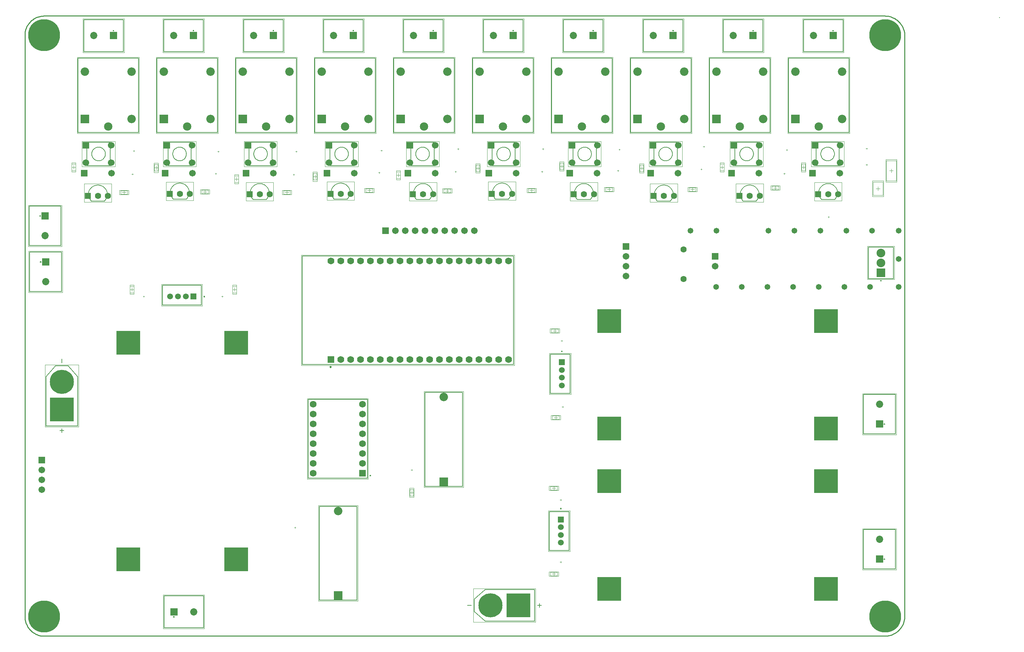
<source format=gbs>
%FSTAX23Y23*%
%MOIN*%
%SFA1B1*%

%IPPOS*%
%ADD11C,0.007874*%
%ADD12C,0.005000*%
%ADD13C,0.010000*%
%ADD16C,0.003937*%
%ADD17C,0.011024*%
%ADD18C,0.001969*%
%ADD28R,0.067055X0.067055*%
%ADD32R,0.067055X0.067055*%
%ADD35C,0.085953*%
%ADD36C,0.084181*%
%ADD37R,0.085953X0.085953*%
%ADD38C,0.066976*%
%ADD39R,0.066976X0.066976*%
%ADD40C,0.322960*%
%ADD41C,0.063118*%
%ADD42C,0.067055*%
%ADD43R,0.068236X0.068236*%
%ADD44C,0.068236*%
%ADD45R,0.088315X0.088315*%
%ADD46C,0.088315*%
%ADD47R,0.072960X0.072960*%
%ADD48C,0.072960*%
%ADD49C,0.059496*%
%ADD50R,0.059496X0.059496*%
%ADD51R,0.072960X0.072960*%
%ADD52C,0.244220*%
%ADD53R,0.244220X0.244220*%
%ADD54R,0.063118X0.063118*%
%ADD55R,0.244220X0.244220*%
%ADD56R,0.069417X0.069417*%
%ADD57C,0.069417*%
%ADD58R,0.059496X0.059496*%
%ADD59C,0.058000*%
%LNpcb1-1*%
%LPD*%
G54D11*
X03504Y01627D02*
D01*
X03504Y01628*
X03504Y01628*
X03504Y01628*
X03504Y01629*
X03504Y01629*
X03504Y01629*
X03504Y01629*
X03504Y0163*
X03503Y0163*
X03503Y0163*
X03503Y0163*
X03503Y0163*
X03503Y01631*
X03502Y01631*
X03502Y01631*
X03502Y01631*
X03502Y01631*
X03501Y01631*
X03501Y01631*
X03501Y01631*
X03501Y01631*
X035Y01631*
X035*
X035Y01631*
X035Y01631*
X03499Y01631*
X03499Y01631*
X03499Y01631*
X03498Y01631*
X03498Y01631*
X03498Y01631*
X03498Y01631*
X03498Y0163*
X03497Y0163*
X03497Y0163*
X03497Y0163*
X03497Y0163*
X03497Y01629*
X03497Y01629*
X03497Y01629*
X03496Y01629*
X03496Y01628*
X03496Y01628*
X03496Y01628*
X03496Y01627*
X03496Y01627*
X03496Y01627*
X03496Y01627*
X03496Y01626*
X03497Y01626*
X03497Y01626*
X03497Y01626*
X03497Y01625*
X03497Y01625*
X03497Y01625*
X03497Y01625*
X03498Y01625*
X03498Y01624*
X03498Y01624*
X03498Y01624*
X03498Y01624*
X03499Y01624*
X03499Y01624*
X03499Y01624*
X035Y01624*
X035Y01624*
X035Y01624*
X035*
X03501Y01624*
X03501Y01624*
X03501Y01624*
X03501Y01624*
X03502Y01624*
X03502Y01624*
X03502Y01624*
X03502Y01624*
X03503Y01624*
X03503Y01625*
X03503Y01625*
X03503Y01625*
X03503Y01625*
X03504Y01625*
X03504Y01626*
X03504Y01626*
X03504Y01626*
X03504Y01626*
X03504Y01627*
X03504Y01627*
X03504Y01627*
X03504Y01627*
X08678Y03605D02*
D01*
X08678Y03605*
X08678Y03605*
X08678Y03605*
X08678Y03606*
X08678Y03606*
X08678Y03606*
X08678Y03606*
X08678Y03607*
X08678Y03607*
X08678Y03607*
X08677Y03607*
X08677Y03607*
X08677Y03608*
X08677Y03608*
X08676Y03608*
X08676Y03608*
X08676Y03608*
X08676Y03608*
X08675Y03608*
X08675Y03608*
X08675Y03608*
X08675Y03608*
X08674*
X08674Y03608*
X08674Y03608*
X08674Y03608*
X08673Y03608*
X08673Y03608*
X08673Y03608*
X08673Y03608*
X08672Y03608*
X08672Y03608*
X08672Y03607*
X08672Y03607*
X08671Y03607*
X08671Y03607*
X08671Y03607*
X08671Y03606*
X08671Y03606*
X08671Y03606*
X08671Y03606*
X08671Y03605*
X08671Y03605*
X08671Y03605*
X08671Y03605*
X08671Y03604*
X08671Y03604*
X08671Y03604*
X08671Y03603*
X08671Y03603*
X08671Y03603*
X08671Y03603*
X08671Y03602*
X08671Y03602*
X08671Y03602*
X08672Y03602*
X08672Y03602*
X08672Y03601*
X08672Y03601*
X08673Y03601*
X08673Y03601*
X08673Y03601*
X08673Y03601*
X08674Y03601*
X08674Y03601*
X08674Y03601*
X08674Y03601*
X08675*
X08675Y03601*
X08675Y03601*
X08675Y03601*
X08676Y03601*
X08676Y03601*
X08676Y03601*
X08676Y03601*
X08677Y03601*
X08677Y03601*
X08677Y03602*
X08677Y03602*
X08678Y03602*
X08678Y03602*
X08678Y03602*
X08678Y03603*
X08678Y03603*
X08678Y03603*
X08678Y03603*
X08678Y03604*
X08678Y03604*
X08678Y03604*
X08678Y03605*
X08193Y0614D02*
D01*
X08193Y0614*
X08193Y0614*
X08193Y0614*
X08193Y06141*
X08193Y06141*
X08193Y06141*
X08193Y06141*
X08193Y06142*
X08193Y06142*
X08193Y06142*
X08192Y06142*
X08192Y06142*
X08192Y06143*
X08192Y06143*
X08191Y06143*
X08191Y06143*
X08191Y06143*
X08191Y06143*
X0819Y06143*
X0819Y06143*
X0819Y06143*
X0819Y06143*
X08189*
X08189Y06143*
X08189Y06143*
X08189Y06143*
X08188Y06143*
X08188Y06143*
X08188Y06143*
X08188Y06143*
X08187Y06143*
X08187Y06143*
X08187Y06142*
X08187Y06142*
X08186Y06142*
X08186Y06142*
X08186Y06142*
X08186Y06141*
X08186Y06141*
X08186Y06141*
X08186Y06141*
X08186Y0614*
X08186Y0614*
X08186Y0614*
X08186Y0614*
X08186Y06139*
X08186Y06139*
X08186Y06139*
X08186Y06138*
X08186Y06138*
X08186Y06138*
X08186Y06138*
X08186Y06137*
X08186Y06137*
X08186Y06137*
X08187Y06137*
X08187Y06137*
X08187Y06136*
X08187Y06136*
X08188Y06136*
X08188Y06136*
X08188Y06136*
X08188Y06136*
X08189Y06136*
X08189Y06136*
X08189Y06136*
X08189Y06136*
X0819*
X0819Y06136*
X0819Y06136*
X0819Y06136*
X08191Y06136*
X08191Y06136*
X08191Y06136*
X08191Y06136*
X08192Y06136*
X08192Y06136*
X08192Y06137*
X08192Y06137*
X08193Y06137*
X08193Y06137*
X08193Y06137*
X08193Y06138*
X08193Y06138*
X08193Y06138*
X08193Y06138*
X08193Y06139*
X08193Y06139*
X08193Y06139*
X08193Y0614*
X07383D02*
D01*
X07383Y0614*
X07383Y0614*
X07383Y0614*
X07383Y06141*
X07383Y06141*
X07383Y06141*
X07383Y06141*
X07383Y06142*
X07382Y06142*
X07382Y06142*
X07382Y06142*
X07382Y06142*
X07382Y06143*
X07381Y06143*
X07381Y06143*
X07381Y06143*
X07381Y06143*
X0738Y06143*
X0738Y06143*
X0738Y06143*
X0738Y06143*
X07379Y06143*
X07379*
X07379Y06143*
X07379Y06143*
X07378Y06143*
X07378Y06143*
X07378Y06143*
X07377Y06143*
X07377Y06143*
X07377Y06143*
X07377Y06143*
X07377Y06142*
X07376Y06142*
X07376Y06142*
X07376Y06142*
X07376Y06142*
X07376Y06141*
X07376Y06141*
X07375Y06141*
X07375Y06141*
X07375Y0614*
X07375Y0614*
X07375Y0614*
X07375Y0614*
X07375Y06139*
X07375Y06139*
X07375Y06139*
X07375Y06138*
X07375Y06138*
X07376Y06138*
X07376Y06138*
X07376Y06137*
X07376Y06137*
X07376Y06137*
X07376Y06137*
X07377Y06137*
X07377Y06136*
X07377Y06136*
X07377Y06136*
X07377Y06136*
X07378Y06136*
X07378Y06136*
X07378Y06136*
X07379Y06136*
X07379Y06136*
X07379Y06136*
X07379*
X0738Y06136*
X0738Y06136*
X0738Y06136*
X0738Y06136*
X07381Y06136*
X07381Y06136*
X07381Y06136*
X07381Y06136*
X07382Y06136*
X07382Y06137*
X07382Y06137*
X07382Y06137*
X07382Y06137*
X07383Y06137*
X07383Y06138*
X07383Y06138*
X07383Y06138*
X07383Y06138*
X07383Y06139*
X07383Y06139*
X07383Y06139*
X07383Y0614*
X06573D02*
D01*
X06573Y0614*
X06573Y0614*
X06573Y0614*
X06573Y06141*
X06573Y06141*
X06572Y06141*
X06572Y06141*
X06572Y06142*
X06572Y06142*
X06572Y06142*
X06572Y06142*
X06572Y06142*
X06571Y06143*
X06571Y06143*
X06571Y06143*
X06571Y06143*
X0657Y06143*
X0657Y06143*
X0657Y06143*
X0657Y06143*
X06569Y06143*
X06569Y06143*
X06569*
X06568Y06143*
X06568Y06143*
X06568Y06143*
X06568Y06143*
X06567Y06143*
X06567Y06143*
X06567Y06143*
X06567Y06143*
X06566Y06143*
X06566Y06142*
X06566Y06142*
X06566Y06142*
X06566Y06142*
X06566Y06142*
X06565Y06141*
X06565Y06141*
X06565Y06141*
X06565Y06141*
X06565Y0614*
X06565Y0614*
X06565Y0614*
X06565Y0614*
X06565Y06139*
X06565Y06139*
X06565Y06139*
X06565Y06138*
X06565Y06138*
X06565Y06138*
X06565Y06138*
X06566Y06137*
X06566Y06137*
X06566Y06137*
X06566Y06137*
X06566Y06137*
X06566Y06136*
X06567Y06136*
X06567Y06136*
X06567Y06136*
X06567Y06136*
X06568Y06136*
X06568Y06136*
X06568Y06136*
X06568Y06136*
X06569Y06136*
X06569*
X06569Y06136*
X0657Y06136*
X0657Y06136*
X0657Y06136*
X0657Y06136*
X06571Y06136*
X06571Y06136*
X06571Y06136*
X06571Y06136*
X06572Y06137*
X06572Y06137*
X06572Y06137*
X06572Y06137*
X06572Y06137*
X06572Y06138*
X06572Y06138*
X06573Y06138*
X06573Y06138*
X06573Y06139*
X06573Y06139*
X06573Y06139*
X06573Y0614*
X01822Y03443D02*
D01*
X01822Y03443*
X01822Y03444*
X01822Y03444*
X01822Y03444*
X01822Y03445*
X01822Y03445*
X01822Y03445*
X01822Y03445*
X01822Y03445*
X01821Y03446*
X01821Y03446*
X01821Y03446*
X01821Y03446*
X01821Y03446*
X0182Y03447*
X0182Y03447*
X0182Y03447*
X0182Y03447*
X01819Y03447*
X01819Y03447*
X01819Y03447*
X01819Y03447*
X01818*
X01818Y03447*
X01818Y03447*
X01818Y03447*
X01817Y03447*
X01817Y03447*
X01817Y03447*
X01817Y03447*
X01816Y03446*
X01816Y03446*
X01816Y03446*
X01816Y03446*
X01815Y03446*
X01815Y03445*
X01815Y03445*
X01815Y03445*
X01815Y03445*
X01815Y03445*
X01815Y03444*
X01815Y03444*
X01815Y03444*
X01815Y03443*
X01815Y03443*
X01815Y03443*
X01815Y03443*
X01815Y03442*
X01815Y03442*
X01815Y03442*
X01815Y03442*
X01815Y03441*
X01815Y03441*
X01815Y03441*
X01815Y03441*
X01816Y0344*
X01816Y0344*
X01816Y0344*
X01816Y0344*
X01817Y0344*
X01817Y0344*
X01817Y0344*
X01817Y03439*
X01818Y03439*
X01818Y03439*
X01818Y03439*
X01818Y03439*
X01819*
X01819Y03439*
X01819Y03439*
X01819Y03439*
X0182Y03439*
X0182Y0344*
X0182Y0344*
X0182Y0344*
X01821Y0344*
X01821Y0344*
X01821Y0344*
X01821Y0344*
X01821Y03441*
X01822Y03441*
X01822Y03441*
X01822Y03441*
X01822Y03442*
X01822Y03442*
X01822Y03442*
X01822Y03442*
X01822Y03443*
X01822Y03443*
X01822Y03443*
X00163Y03795D02*
D01*
X00163Y03795*
X00163Y03795*
X00163Y03795*
X00163Y03796*
X00163Y03796*
X00163Y03796*
X00163Y03796*
X00163Y03797*
X00163Y03797*
X00163Y03797*
X00162Y03797*
X00162Y03797*
X00162Y03798*
X00162Y03798*
X00161Y03798*
X00161Y03798*
X00161Y03798*
X00161Y03798*
X0016Y03798*
X0016Y03798*
X0016Y03798*
X0016Y03798*
X00159*
X00159Y03798*
X00159Y03798*
X00159Y03798*
X00158Y03798*
X00158Y03798*
X00158Y03798*
X00158Y03798*
X00157Y03798*
X00157Y03798*
X00157Y03797*
X00157Y03797*
X00156Y03797*
X00156Y03797*
X00156Y03797*
X00156Y03796*
X00156Y03796*
X00156Y03796*
X00156Y03796*
X00156Y03795*
X00156Y03795*
X00156Y03795*
X00156Y03795*
X00156Y03794*
X00156Y03794*
X00156Y03794*
X00156Y03793*
X00156Y03793*
X00156Y03793*
X00156Y03793*
X00156Y03792*
X00156Y03792*
X00156Y03792*
X00157Y03792*
X00157Y03792*
X00157Y03791*
X00157Y03791*
X00158Y03791*
X00158Y03791*
X00158Y03791*
X00158Y03791*
X00159Y03791*
X00159Y03791*
X00159Y03791*
X00159Y03791*
X0016*
X0016Y03791*
X0016Y03791*
X0016Y03791*
X00161Y03791*
X00161Y03791*
X00161Y03791*
X00161Y03791*
X00162Y03791*
X00162Y03791*
X00162Y03792*
X00162Y03792*
X00163Y03792*
X00163Y03792*
X00163Y03792*
X00163Y03793*
X00163Y03793*
X00163Y03793*
X00163Y03793*
X00163Y03794*
X00163Y03794*
X00163Y03794*
X00163Y03795*
X01513Y00195D02*
D01*
X01513Y00195*
X01513Y00195*
X01513Y00195*
X01513Y00196*
X01513Y00196*
X01513Y00196*
X01513Y00196*
X01513Y00197*
X01513Y00197*
X01513Y00197*
X01512Y00197*
X01512Y00197*
X01512Y00198*
X01512Y00198*
X01511Y00198*
X01511Y00198*
X01511Y00198*
X01511Y00198*
X0151Y00198*
X0151Y00198*
X0151Y00198*
X0151Y00198*
X01509*
X01509Y00198*
X01509Y00198*
X01509Y00198*
X01508Y00198*
X01508Y00198*
X01508Y00198*
X01508Y00198*
X01507Y00198*
X01507Y00198*
X01507Y00197*
X01507Y00197*
X01506Y00197*
X01506Y00197*
X01506Y00197*
X01506Y00196*
X01506Y00196*
X01506Y00196*
X01506Y00196*
X01506Y00195*
X01506Y00195*
X01506Y00195*
X01506Y00195*
X01506Y00194*
X01506Y00194*
X01506Y00194*
X01506Y00193*
X01506Y00193*
X01506Y00193*
X01506Y00193*
X01506Y00192*
X01506Y00192*
X01506Y00192*
X01507Y00192*
X01507Y00192*
X01507Y00191*
X01507Y00191*
X01508Y00191*
X01508Y00191*
X01508Y00191*
X01508Y00191*
X01509Y00191*
X01509Y00191*
X01509Y00191*
X01509Y00191*
X0151*
X0151Y00191*
X0151Y00191*
X0151Y00191*
X01511Y00191*
X01511Y00191*
X01511Y00191*
X01511Y00191*
X01512Y00191*
X01512Y00191*
X01512Y00192*
X01512Y00192*
X01513Y00192*
X01513Y00192*
X01513Y00192*
X01513Y00193*
X01513Y00193*
X01513Y00193*
X01513Y00193*
X01513Y00194*
X01513Y00194*
X01513Y00194*
X01513Y00195*
X00901Y0614D02*
D01*
X00901Y0614*
X00901Y0614*
X00901Y0614*
X00901Y06141*
X009Y06141*
X009Y06141*
X009Y06141*
X009Y06142*
X009Y06142*
X009Y06142*
X009Y06142*
X00899Y06142*
X00899Y06143*
X00899Y06143*
X00899Y06143*
X00898Y06143*
X00898Y06143*
X00898Y06143*
X00898Y06143*
X00897Y06143*
X00897Y06143*
X00897Y06143*
X00897*
X00896Y06143*
X00896Y06143*
X00896Y06143*
X00896Y06143*
X00895Y06143*
X00895Y06143*
X00895Y06143*
X00895Y06143*
X00894Y06143*
X00894Y06142*
X00894Y06142*
X00894Y06142*
X00894Y06142*
X00893Y06142*
X00893Y06141*
X00893Y06141*
X00893Y06141*
X00893Y06141*
X00893Y0614*
X00893Y0614*
X00893Y0614*
X00893Y0614*
X00893Y06139*
X00893Y06139*
X00893Y06139*
X00893Y06138*
X00893Y06138*
X00893Y06138*
X00893Y06138*
X00893Y06137*
X00894Y06137*
X00894Y06137*
X00894Y06137*
X00894Y06137*
X00894Y06136*
X00895Y06136*
X00895Y06136*
X00895Y06136*
X00895Y06136*
X00896Y06136*
X00896Y06136*
X00896Y06136*
X00896Y06136*
X00897Y06136*
X00897*
X00897Y06136*
X00897Y06136*
X00898Y06136*
X00898Y06136*
X00898Y06136*
X00898Y06136*
X00899Y06136*
X00899Y06136*
X00899Y06136*
X00899Y06137*
X009Y06137*
X009Y06137*
X009Y06137*
X009Y06137*
X009Y06138*
X009Y06138*
X009Y06138*
X00901Y06138*
X00901Y06139*
X00901Y06139*
X00901Y06139*
X00901Y0614*
X01711D02*
D01*
X01711Y0614*
X01711Y0614*
X01711Y0614*
X01711Y06141*
X01711Y06141*
X01711Y06141*
X01711Y06141*
X0171Y06142*
X0171Y06142*
X0171Y06142*
X0171Y06142*
X0171Y06142*
X01709Y06143*
X01709Y06143*
X01709Y06143*
X01709Y06143*
X01709Y06143*
X01708Y06143*
X01708Y06143*
X01708Y06143*
X01707Y06143*
X01707Y06143*
X01707*
X01707Y06143*
X01706Y06143*
X01706Y06143*
X01706Y06143*
X01706Y06143*
X01705Y06143*
X01705Y06143*
X01705Y06143*
X01705Y06143*
X01704Y06142*
X01704Y06142*
X01704Y06142*
X01704Y06142*
X01704Y06142*
X01704Y06141*
X01703Y06141*
X01703Y06141*
X01703Y06141*
X01703Y0614*
X01703Y0614*
X01703Y0614*
X01703Y0614*
X01703Y06139*
X01703Y06139*
X01703Y06139*
X01703Y06138*
X01703Y06138*
X01703Y06138*
X01704Y06138*
X01704Y06137*
X01704Y06137*
X01704Y06137*
X01704Y06137*
X01704Y06137*
X01705Y06136*
X01705Y06136*
X01705Y06136*
X01705Y06136*
X01706Y06136*
X01706Y06136*
X01706Y06136*
X01706Y06136*
X01707Y06136*
X01707Y06136*
X01707*
X01707Y06136*
X01708Y06136*
X01708Y06136*
X01708Y06136*
X01709Y06136*
X01709Y06136*
X01709Y06136*
X01709Y06136*
X01709Y06136*
X0171Y06137*
X0171Y06137*
X0171Y06137*
X0171Y06137*
X0171Y06137*
X01711Y06138*
X01711Y06138*
X01711Y06138*
X01711Y06138*
X01711Y06139*
X01711Y06139*
X01711Y06139*
X01711Y0614*
X02521D02*
D01*
X02521Y0614*
X02521Y0614*
X02521Y0614*
X02521Y06141*
X02521Y06141*
X02521Y06141*
X02521Y06141*
X02521Y06142*
X02521Y06142*
X0252Y06142*
X0252Y06142*
X0252Y06142*
X0252Y06143*
X0252Y06143*
X02519Y06143*
X02519Y06143*
X02519Y06143*
X02519Y06143*
X02518Y06143*
X02518Y06143*
X02518Y06143*
X02517Y06143*
X02517*
X02517Y06143*
X02517Y06143*
X02516Y06143*
X02516Y06143*
X02516Y06143*
X02516Y06143*
X02515Y06143*
X02515Y06143*
X02515Y06143*
X02515Y06142*
X02515Y06142*
X02514Y06142*
X02514Y06142*
X02514Y06142*
X02514Y06141*
X02514Y06141*
X02514Y06141*
X02514Y06141*
X02513Y0614*
X02513Y0614*
X02513Y0614*
X02513Y0614*
X02513Y06139*
X02513Y06139*
X02513Y06139*
X02514Y06138*
X02514Y06138*
X02514Y06138*
X02514Y06138*
X02514Y06137*
X02514Y06137*
X02514Y06137*
X02515Y06137*
X02515Y06137*
X02515Y06136*
X02515Y06136*
X02515Y06136*
X02516Y06136*
X02516Y06136*
X02516Y06136*
X02516Y06136*
X02517Y06136*
X02517Y06136*
X02517Y06136*
X02517*
X02518Y06136*
X02518Y06136*
X02518Y06136*
X02519Y06136*
X02519Y06136*
X02519Y06136*
X02519Y06136*
X0252Y06136*
X0252Y06136*
X0252Y06137*
X0252Y06137*
X0252Y06137*
X02521Y06137*
X02521Y06137*
X02521Y06138*
X02521Y06138*
X02521Y06138*
X02521Y06138*
X02521Y06139*
X02521Y06139*
X02521Y06139*
X02521Y0614*
X03332D02*
D01*
X03332Y0614*
X03332Y0614*
X03332Y0614*
X03331Y06141*
X03331Y06141*
X03331Y06141*
X03331Y06141*
X03331Y06142*
X03331Y06142*
X03331Y06142*
X0333Y06142*
X0333Y06142*
X0333Y06143*
X0333Y06143*
X0333Y06143*
X03329Y06143*
X03329Y06143*
X03329Y06143*
X03329Y06143*
X03328Y06143*
X03328Y06143*
X03328Y06143*
X03328*
X03327Y06143*
X03327Y06143*
X03327Y06143*
X03326Y06143*
X03326Y06143*
X03326Y06143*
X03326Y06143*
X03325Y06143*
X03325Y06143*
X03325Y06142*
X03325Y06142*
X03325Y06142*
X03324Y06142*
X03324Y06142*
X03324Y06141*
X03324Y06141*
X03324Y06141*
X03324Y06141*
X03324Y0614*
X03324Y0614*
X03324Y0614*
X03324Y0614*
X03324Y06139*
X03324Y06139*
X03324Y06139*
X03324Y06138*
X03324Y06138*
X03324Y06138*
X03324Y06138*
X03324Y06137*
X03324Y06137*
X03325Y06137*
X03325Y06137*
X03325Y06137*
X03325Y06136*
X03325Y06136*
X03326Y06136*
X03326Y06136*
X03326Y06136*
X03326Y06136*
X03327Y06136*
X03327Y06136*
X03327Y06136*
X03328Y06136*
X03328*
X03328Y06136*
X03328Y06136*
X03329Y06136*
X03329Y06136*
X03329Y06136*
X03329Y06136*
X0333Y06136*
X0333Y06136*
X0333Y06136*
X0333Y06137*
X0333Y06137*
X03331Y06137*
X03331Y06137*
X03331Y06137*
X03331Y06138*
X03331Y06138*
X03331Y06138*
X03331Y06138*
X03332Y06139*
X03332Y06139*
X03332Y06139*
X03332Y0614*
X04142D02*
D01*
X04142Y0614*
X04142Y0614*
X04142Y0614*
X04142Y06141*
X04142Y06141*
X04142Y06141*
X04141Y06141*
X04141Y06142*
X04141Y06142*
X04141Y06142*
X04141Y06142*
X04141Y06142*
X0414Y06143*
X0414Y06143*
X0414Y06143*
X0414Y06143*
X04139Y06143*
X04139Y06143*
X04139Y06143*
X04139Y06143*
X04138Y06143*
X04138Y06143*
X04138*
X04138Y06143*
X04137Y06143*
X04137Y06143*
X04137Y06143*
X04136Y06143*
X04136Y06143*
X04136Y06143*
X04136Y06143*
X04136Y06143*
X04135Y06142*
X04135Y06142*
X04135Y06142*
X04135Y06142*
X04135Y06142*
X04134Y06141*
X04134Y06141*
X04134Y06141*
X04134Y06141*
X04134Y0614*
X04134Y0614*
X04134Y0614*
X04134Y0614*
X04134Y06139*
X04134Y06139*
X04134Y06139*
X04134Y06138*
X04134Y06138*
X04134Y06138*
X04134Y06138*
X04135Y06137*
X04135Y06137*
X04135Y06137*
X04135Y06137*
X04135Y06137*
X04136Y06136*
X04136Y06136*
X04136Y06136*
X04136Y06136*
X04136Y06136*
X04137Y06136*
X04137Y06136*
X04137Y06136*
X04138Y06136*
X04138Y06136*
X04138*
X04138Y06136*
X04139Y06136*
X04139Y06136*
X04139Y06136*
X04139Y06136*
X0414Y06136*
X0414Y06136*
X0414Y06136*
X0414Y06136*
X04141Y06137*
X04141Y06137*
X04141Y06137*
X04141Y06137*
X04141Y06137*
X04141Y06138*
X04142Y06138*
X04142Y06138*
X04142Y06138*
X04142Y06139*
X04142Y06139*
X04142Y06139*
X04142Y0614*
X04952D02*
D01*
X04952Y0614*
X04952Y0614*
X04952Y0614*
X04952Y06141*
X04952Y06141*
X04952Y06141*
X04952Y06141*
X04952Y06142*
X04951Y06142*
X04951Y06142*
X04951Y06142*
X04951Y06142*
X04951Y06143*
X0495Y06143*
X0495Y06143*
X0495Y06143*
X0495Y06143*
X04949Y06143*
X04949Y06143*
X04949Y06143*
X04949Y06143*
X04948Y06143*
X04948*
X04948Y06143*
X04948Y06143*
X04947Y06143*
X04947Y06143*
X04947Y06143*
X04947Y06143*
X04946Y06143*
X04946Y06143*
X04946Y06143*
X04946Y06142*
X04945Y06142*
X04945Y06142*
X04945Y06142*
X04945Y06142*
X04945Y06141*
X04945Y06141*
X04945Y06141*
X04944Y06141*
X04944Y0614*
X04944Y0614*
X04944Y0614*
X04944Y0614*
X04944Y06139*
X04944Y06139*
X04944Y06139*
X04944Y06138*
X04945Y06138*
X04945Y06138*
X04945Y06138*
X04945Y06137*
X04945Y06137*
X04945Y06137*
X04945Y06137*
X04946Y06137*
X04946Y06136*
X04946Y06136*
X04946Y06136*
X04947Y06136*
X04947Y06136*
X04947Y06136*
X04947Y06136*
X04948Y06136*
X04948Y06136*
X04948Y06136*
X04948*
X04949Y06136*
X04949Y06136*
X04949Y06136*
X04949Y06136*
X0495Y06136*
X0495Y06136*
X0495Y06136*
X0495Y06136*
X04951Y06136*
X04951Y06137*
X04951Y06137*
X04951Y06137*
X04951Y06137*
X04952Y06137*
X04952Y06138*
X04952Y06138*
X04952Y06138*
X04952Y06138*
X04952Y06139*
X04952Y06139*
X04952Y06139*
X04952Y0614*
X05763D02*
D01*
X05763Y0614*
X05762Y0614*
X05762Y0614*
X05762Y06141*
X05762Y06141*
X05762Y06141*
X05762Y06141*
X05762Y06142*
X05762Y06142*
X05762Y06142*
X05761Y06142*
X05761Y06142*
X05761Y06143*
X05761Y06143*
X05761Y06143*
X0576Y06143*
X0576Y06143*
X0576Y06143*
X0576Y06143*
X05759Y06143*
X05759Y06143*
X05759Y06143*
X05758*
X05758Y06143*
X05758Y06143*
X05758Y06143*
X05757Y06143*
X05757Y06143*
X05757Y06143*
X05757Y06143*
X05756Y06143*
X05756Y06143*
X05756Y06142*
X05756Y06142*
X05756Y06142*
X05755Y06142*
X05755Y06142*
X05755Y06141*
X05755Y06141*
X05755Y06141*
X05755Y06141*
X05755Y0614*
X05755Y0614*
X05755Y0614*
X05755Y0614*
X05755Y06139*
X05755Y06139*
X05755Y06139*
X05755Y06138*
X05755Y06138*
X05755Y06138*
X05755Y06138*
X05755Y06137*
X05755Y06137*
X05756Y06137*
X05756Y06137*
X05756Y06137*
X05756Y06136*
X05756Y06136*
X05757Y06136*
X05757Y06136*
X05757Y06136*
X05757Y06136*
X05758Y06136*
X05758Y06136*
X05758Y06136*
X05758Y06136*
X05759*
X05759Y06136*
X05759Y06136*
X0576Y06136*
X0576Y06136*
X0576Y06136*
X0576Y06136*
X05761Y06136*
X05761Y06136*
X05761Y06136*
X05761Y06137*
X05761Y06137*
X05762Y06137*
X05762Y06137*
X05762Y06137*
X05762Y06138*
X05762Y06138*
X05762Y06138*
X05762Y06138*
X05762Y06139*
X05762Y06139*
X05763Y06139*
X05763Y0614*
X08713Y0078D02*
D01*
X08713Y0078*
X08713Y0078*
X08713Y0078*
X08713Y00781*
X08713Y00781*
X08713Y00781*
X08713Y00781*
X08713Y00782*
X08713Y00782*
X08713Y00782*
X08712Y00782*
X08712Y00782*
X08712Y00783*
X08712Y00783*
X08711Y00783*
X08711Y00783*
X08711Y00783*
X08711Y00783*
X0871Y00783*
X0871Y00783*
X0871Y00783*
X0871Y00783*
X08709*
X08709Y00783*
X08709Y00783*
X08709Y00783*
X08708Y00783*
X08708Y00783*
X08708Y00783*
X08708Y00783*
X08707Y00783*
X08707Y00783*
X08707Y00782*
X08707Y00782*
X08706Y00782*
X08706Y00782*
X08706Y00782*
X08706Y00781*
X08706Y00781*
X08706Y00781*
X08706Y00781*
X08706Y0078*
X08706Y0078*
X08706Y0078*
X08706Y0078*
X08706Y00779*
X08706Y00779*
X08706Y00779*
X08706Y00778*
X08706Y00778*
X08706Y00778*
X08706Y00778*
X08706Y00777*
X08706Y00777*
X08706Y00777*
X08707Y00777*
X08707Y00777*
X08707Y00776*
X08707Y00776*
X08708Y00776*
X08708Y00776*
X08708Y00776*
X08708Y00776*
X08709Y00776*
X08709Y00776*
X08709Y00776*
X08709Y00776*
X0871*
X0871Y00776*
X0871Y00776*
X0871Y00776*
X08711Y00776*
X08711Y00776*
X08711Y00776*
X08711Y00776*
X08712Y00776*
X08712Y00776*
X08712Y00777*
X08712Y00777*
X08713Y00777*
X08713Y00777*
X08713Y00777*
X08713Y00778*
X08713Y00778*
X08713Y00778*
X08713Y00778*
X08713Y00779*
X08713Y00779*
X08713Y00779*
X08713Y0078*
X00158Y0426D02*
D01*
X00158Y0426*
X00158Y0426*
X00158Y0426*
X00158Y04261*
X00158Y04261*
X00158Y04261*
X00158Y04261*
X00158Y04262*
X00158Y04262*
X00158Y04262*
X00157Y04262*
X00157Y04262*
X00157Y04263*
X00157Y04263*
X00156Y04263*
X00156Y04263*
X00156Y04263*
X00156Y04263*
X00155Y04263*
X00155Y04263*
X00155Y04263*
X00155Y04263*
X00154*
X00154Y04263*
X00154Y04263*
X00154Y04263*
X00153Y04263*
X00153Y04263*
X00153Y04263*
X00153Y04263*
X00152Y04263*
X00152Y04263*
X00152Y04262*
X00152Y04262*
X00151Y04262*
X00151Y04262*
X00151Y04262*
X00151Y04261*
X00151Y04261*
X00151Y04261*
X00151Y04261*
X00151Y0426*
X00151Y0426*
X00151Y0426*
X00151Y0426*
X00151Y04259*
X00151Y04259*
X00151Y04259*
X00151Y04258*
X00151Y04258*
X00151Y04258*
X00151Y04258*
X00151Y04257*
X00151Y04257*
X00151Y04257*
X00152Y04257*
X00152Y04257*
X00152Y04256*
X00152Y04256*
X00153Y04256*
X00153Y04256*
X00153Y04256*
X00153Y04256*
X00154Y04256*
X00154Y04256*
X00154Y04256*
X00154Y04256*
X00155*
X00155Y04256*
X00155Y04256*
X00155Y04256*
X00156Y04256*
X00156Y04256*
X00156Y04256*
X00156Y04256*
X00157Y04256*
X00157Y04256*
X00157Y04257*
X00157Y04257*
X00158Y04257*
X00158Y04257*
X00158Y04257*
X00158Y04258*
X00158Y04258*
X00158Y04258*
X00158Y04258*
X00158Y04259*
X00158Y04259*
X00158Y04259*
X00158Y0426*
X08713Y0215D02*
D01*
X08713Y0215*
X08713Y0215*
X08713Y0215*
X08713Y02151*
X08713Y02151*
X08713Y02151*
X08713Y02151*
X08713Y02152*
X08713Y02152*
X08713Y02152*
X08712Y02152*
X08712Y02152*
X08712Y02153*
X08712Y02153*
X08711Y02153*
X08711Y02153*
X08711Y02153*
X08711Y02153*
X0871Y02153*
X0871Y02153*
X0871Y02153*
X0871Y02153*
X08709*
X08709Y02153*
X08709Y02153*
X08709Y02153*
X08708Y02153*
X08708Y02153*
X08708Y02153*
X08708Y02153*
X08707Y02153*
X08707Y02153*
X08707Y02152*
X08707Y02152*
X08706Y02152*
X08706Y02152*
X08706Y02152*
X08706Y02151*
X08706Y02151*
X08706Y02151*
X08706Y02151*
X08706Y0215*
X08706Y0215*
X08706Y0215*
X08706Y0215*
X08706Y02149*
X08706Y02149*
X08706Y02149*
X08706Y02148*
X08706Y02148*
X08706Y02148*
X08706Y02148*
X08706Y02147*
X08706Y02147*
X08706Y02147*
X08707Y02147*
X08707Y02147*
X08707Y02146*
X08707Y02146*
X08708Y02146*
X08708Y02146*
X08708Y02146*
X08708Y02146*
X08709Y02146*
X08709Y02146*
X08709Y02146*
X08709Y02146*
X0871*
X0871Y02146*
X0871Y02146*
X0871Y02146*
X08711Y02146*
X08711Y02146*
X08711Y02146*
X08711Y02146*
X08712Y02146*
X08712Y02146*
X08712Y02147*
X08712Y02147*
X08713Y02147*
X08713Y02147*
X08713Y02147*
X08713Y02148*
X08713Y02148*
X08713Y02148*
X08713Y02148*
X08713Y02149*
X08713Y02149*
X08713Y02149*
X08713Y0215*
X05435Y01292D02*
D01*
X05435Y01292*
X05435Y01293*
X05435Y01293*
X05435Y01293*
X05435Y01294*
X05434Y01294*
X05434Y01294*
X05434Y01294*
X05434Y01295*
X05434Y01295*
X05434Y01295*
X05433Y01295*
X05433Y01295*
X05433Y01295*
X05433Y01296*
X05433Y01296*
X05432Y01296*
X05432Y01296*
X05432Y01296*
X05432Y01296*
X05431Y01296*
X05431Y01296*
X05431*
X0543Y01296*
X0543Y01296*
X0543Y01296*
X0543Y01296*
X05429Y01296*
X05429Y01296*
X05429Y01296*
X05429Y01295*
X05428Y01295*
X05428Y01295*
X05428Y01295*
X05428Y01295*
X05428Y01295*
X05427Y01294*
X05427Y01294*
X05427Y01294*
X05427Y01294*
X05427Y01293*
X05427Y01293*
X05427Y01293*
X05427Y01292*
X05427Y01292*
X05427Y01292*
X05427Y01292*
X05427Y01291*
X05427Y01291*
X05427Y01291*
X05427Y01291*
X05427Y0129*
X05427Y0129*
X05428Y0129*
X05428Y0129*
X05428Y01289*
X05428Y01289*
X05428Y01289*
X05429Y01289*
X05429Y01289*
X05429Y01289*
X05429Y01289*
X0543Y01288*
X0543Y01288*
X0543Y01288*
X0543Y01288*
X05431Y01288*
X05431*
X05431Y01288*
X05432Y01288*
X05432Y01288*
X05432Y01288*
X05432Y01289*
X05433Y01289*
X05433Y01289*
X05433Y01289*
X05433Y01289*
X05433Y01289*
X05434Y01289*
X05434Y0129*
X05434Y0129*
X05434Y0129*
X05434Y0129*
X05434Y01291*
X05435Y01291*
X05435Y01291*
X05435Y01291*
X05435Y01292*
X05435Y01292*
X05435Y01292*
X05445Y02887D02*
D01*
X05445Y02887*
X05445Y02888*
X05445Y02888*
X05445Y02888*
X05445Y02889*
X05444Y02889*
X05444Y02889*
X05444Y02889*
X05444Y0289*
X05444Y0289*
X05444Y0289*
X05443Y0289*
X05443Y0289*
X05443Y0289*
X05443Y02891*
X05443Y02891*
X05442Y02891*
X05442Y02891*
X05442Y02891*
X05442Y02891*
X05441Y02891*
X05441Y02891*
X05441*
X0544Y02891*
X0544Y02891*
X0544Y02891*
X0544Y02891*
X05439Y02891*
X05439Y02891*
X05439Y02891*
X05439Y0289*
X05438Y0289*
X05438Y0289*
X05438Y0289*
X05438Y0289*
X05438Y0289*
X05437Y02889*
X05437Y02889*
X05437Y02889*
X05437Y02889*
X05437Y02888*
X05437Y02888*
X05437Y02888*
X05437Y02887*
X05437Y02887*
X05437Y02887*
X05437Y02887*
X05437Y02886*
X05437Y02886*
X05437Y02886*
X05437Y02886*
X05437Y02885*
X05437Y02885*
X05438Y02885*
X05438Y02885*
X05438Y02884*
X05438Y02884*
X05438Y02884*
X05439Y02884*
X05439Y02884*
X05439Y02884*
X05439Y02884*
X0544Y02883*
X0544Y02883*
X0544Y02883*
X0544Y02883*
X05441Y02883*
X05441*
X05441Y02883*
X05442Y02883*
X05442Y02883*
X05442Y02883*
X05442Y02884*
X05443Y02884*
X05443Y02884*
X05443Y02884*
X05443Y02884*
X05443Y02884*
X05444Y02884*
X05444Y02885*
X05444Y02885*
X05444Y02885*
X05444Y02885*
X05444Y02886*
X05445Y02886*
X05445Y02886*
X05445Y02886*
X05445Y02887*
X05445Y02887*
X05445Y02887*
G54D12*
X03278Y0489D02*
D01*
X03278Y04894*
X03278Y04899*
X03277Y04904*
X03276Y04909*
X03274Y04913*
X03272Y04918*
X0327Y04922*
X03268Y04926*
X03265Y0493*
X03262Y04934*
X03259Y04937*
X03255Y04941*
X03252Y04944*
X03248Y04947*
X03244Y04949*
X03239Y04952*
X03235Y04954*
X03231Y04955*
X03226Y04957*
X03221Y04958*
X03216Y04958*
X03212Y04959*
X03207*
X03202Y04958*
X03197Y04958*
X03192Y04957*
X03188Y04955*
X03183Y04954*
X03179Y04952*
X03175Y04949*
X03171Y04947*
X03167Y04944*
X03163Y04941*
X03159Y04937*
X03156Y04934*
X03153Y0493*
X03151Y04926*
X03148Y04922*
X03146Y04918*
X03144Y04913*
X03143Y04909*
X03142Y04904*
X03141Y04899*
X0314Y04894*
X0314Y0489*
X0314Y04885*
X03141Y0488*
X03142Y04875*
X03143Y0487*
X03144Y04866*
X03146Y04861*
X03148Y04857*
X03151Y04853*
X03153Y04849*
X03156Y04845*
X03159Y04842*
X03163Y04838*
X03167Y04835*
X03171Y04832*
X03175Y0483*
X03179Y04827*
X03183Y04825*
X03188Y04824*
X03192Y04822*
X03197Y04821*
X03202Y04821*
X03207Y0482*
X03212*
X03216Y04821*
X03221Y04821*
X03226Y04822*
X03231Y04824*
X03235Y04825*
X03239Y04827*
X03244Y0483*
X03248Y04832*
X03252Y04835*
X03255Y04838*
X03259Y04842*
X03262Y04845*
X03265Y04849*
X03268Y04853*
X0327Y04857*
X03272Y04861*
X03274Y04866*
X03276Y0487*
X03277Y04875*
X03278Y0488*
X03278Y04885*
X03278Y0489*
X07383D02*
D01*
X07383Y04894*
X07382Y04899*
X07381Y04904*
X0738Y04909*
X07379Y04913*
X07377Y04918*
X07375Y04922*
X07372Y04926*
X0737Y0493*
X07367Y04934*
X07363Y04937*
X0736Y04941*
X07356Y04944*
X07352Y04947*
X07348Y04949*
X07344Y04952*
X0734Y04954*
X07335Y04955*
X0733Y04957*
X07326Y04958*
X07321Y04958*
X07316Y04959*
X07311*
X07306Y04958*
X07302Y04958*
X07297Y04957*
X07292Y04955*
X07288Y04954*
X07283Y04952*
X07279Y04949*
X07275Y04947*
X07271Y04944*
X07267Y04941*
X07264Y04937*
X07261Y04934*
X07258Y0493*
X07255Y04926*
X07253Y04922*
X0725Y04918*
X07249Y04913*
X07247Y04909*
X07246Y04904*
X07245Y04899*
X07245Y04894*
X07245Y0489*
X07245Y04885*
X07245Y0488*
X07246Y04875*
X07247Y0487*
X07249Y04866*
X0725Y04861*
X07253Y04857*
X07255Y04853*
X07258Y04849*
X07261Y04845*
X07264Y04842*
X07267Y04838*
X07271Y04835*
X07275Y04832*
X07279Y0483*
X07283Y04827*
X07288Y04825*
X07292Y04824*
X07297Y04822*
X07302Y04821*
X07306Y04821*
X07311Y0482*
X07316*
X07321Y04821*
X07326Y04821*
X0733Y04822*
X07335Y04824*
X0734Y04825*
X07344Y04827*
X07348Y0483*
X07352Y04832*
X07356Y04835*
X0736Y04838*
X07363Y04842*
X07367Y04845*
X0737Y04849*
X07372Y04853*
X07375Y04857*
X07377Y04861*
X07379Y04866*
X0738Y0487*
X07381Y04875*
X07382Y0488*
X07383Y04885*
X07383Y0489*
X06562D02*
D01*
X06562Y04894*
X06561Y04899*
X0656Y04904*
X06559Y04909*
X06558Y04913*
X06556Y04918*
X06554Y04922*
X06551Y04926*
X06549Y0493*
X06546Y04934*
X06542Y04937*
X06539Y04941*
X06535Y04944*
X06531Y04947*
X06527Y04949*
X06523Y04952*
X06519Y04954*
X06514Y04955*
X06509Y04957*
X06505Y04958*
X065Y04958*
X06495Y04959*
X0649*
X06486Y04958*
X06481Y04958*
X06476Y04957*
X06471Y04955*
X06467Y04954*
X06462Y04952*
X06458Y04949*
X06454Y04947*
X0645Y04944*
X06446Y04941*
X06443Y04937*
X0644Y04934*
X06437Y0493*
X06434Y04926*
X06432Y04922*
X0643Y04918*
X06428Y04913*
X06426Y04909*
X06425Y04904*
X06424Y04899*
X06424Y04894*
X06424Y0489*
X06424Y04885*
X06424Y0488*
X06425Y04875*
X06426Y0487*
X06428Y04866*
X0643Y04861*
X06432Y04857*
X06434Y04853*
X06437Y04849*
X0644Y04845*
X06443Y04842*
X06446Y04838*
X0645Y04835*
X06454Y04832*
X06458Y0483*
X06462Y04827*
X06467Y04825*
X06471Y04824*
X06476Y04822*
X06481Y04821*
X06486Y04821*
X0649Y0482*
X06495*
X065Y04821*
X06505Y04821*
X06509Y04822*
X06514Y04824*
X06519Y04825*
X06523Y04827*
X06527Y0483*
X06531Y04832*
X06535Y04835*
X06539Y04838*
X06542Y04842*
X06546Y04845*
X06549Y04849*
X06551Y04853*
X06554Y04857*
X06556Y04861*
X06558Y04866*
X06559Y0487*
X0656Y04875*
X06561Y0488*
X06562Y04885*
X06562Y0489*
X05741D02*
D01*
X05741Y04894*
X0574Y04899*
X05739Y04904*
X05738Y04909*
X05737Y04913*
X05735Y04918*
X05733Y04922*
X0573Y04926*
X05728Y0493*
X05725Y04934*
X05722Y04937*
X05718Y04941*
X05714Y04944*
X0571Y04947*
X05706Y04949*
X05702Y04952*
X05698Y04954*
X05693Y04955*
X05689Y04957*
X05684Y04958*
X05679Y04958*
X05674Y04959*
X05669*
X05665Y04958*
X0566Y04958*
X05655Y04957*
X0565Y04955*
X05646Y04954*
X05642Y04952*
X05637Y04949*
X05633Y04947*
X05629Y04944*
X05626Y04941*
X05622Y04937*
X05619Y04934*
X05616Y0493*
X05613Y04926*
X05611Y04922*
X05609Y04918*
X05607Y04913*
X05605Y04909*
X05604Y04904*
X05603Y04899*
X05603Y04894*
X05603Y0489*
X05603Y04885*
X05603Y0488*
X05604Y04875*
X05605Y0487*
X05607Y04866*
X05609Y04861*
X05611Y04857*
X05613Y04853*
X05616Y04849*
X05619Y04845*
X05622Y04842*
X05626Y04838*
X05629Y04835*
X05633Y04832*
X05637Y0483*
X05642Y04827*
X05646Y04825*
X0565Y04824*
X05655Y04822*
X0566Y04821*
X05665Y04821*
X05669Y0482*
X05674*
X05679Y04821*
X05684Y04821*
X05689Y04822*
X05693Y04824*
X05698Y04825*
X05702Y04827*
X05706Y0483*
X0571Y04832*
X05714Y04835*
X05718Y04838*
X05722Y04842*
X05725Y04845*
X05728Y04849*
X0573Y04853*
X05733Y04857*
X05735Y04861*
X05737Y04866*
X05738Y0487*
X05739Y04875*
X0574Y0488*
X05741Y04885*
X05741Y0489*
X0492D02*
D01*
X0492Y04894*
X04919Y04899*
X04919Y04904*
X04917Y04909*
X04916Y04913*
X04914Y04918*
X04912Y04922*
X0491Y04926*
X04907Y0493*
X04904Y04934*
X04901Y04937*
X04897Y04941*
X04894Y04944*
X0489Y04947*
X04886Y04949*
X04881Y04952*
X04877Y04954*
X04872Y04955*
X04868Y04957*
X04863Y04958*
X04858Y04958*
X04853Y04959*
X04849*
X04844Y04958*
X04839Y04958*
X04834Y04957*
X0483Y04955*
X04825Y04954*
X04821Y04952*
X04816Y04949*
X04812Y04947*
X04808Y04944*
X04805Y04941*
X04801Y04937*
X04798Y04934*
X04795Y0493*
X04792Y04926*
X0479Y04922*
X04788Y04918*
X04786Y04913*
X04785Y04909*
X04783Y04904*
X04783Y04899*
X04782Y04894*
X04782Y0489*
X04782Y04885*
X04783Y0488*
X04783Y04875*
X04785Y0487*
X04786Y04866*
X04788Y04861*
X0479Y04857*
X04792Y04853*
X04795Y04849*
X04798Y04845*
X04801Y04842*
X04805Y04838*
X04808Y04835*
X04812Y04832*
X04816Y0483*
X04821Y04827*
X04825Y04825*
X0483Y04824*
X04834Y04822*
X04839Y04821*
X04844Y04821*
X04849Y0482*
X04853*
X04858Y04821*
X04863Y04821*
X04868Y04822*
X04872Y04824*
X04877Y04825*
X04881Y04827*
X04886Y0483*
X0489Y04832*
X04894Y04835*
X04897Y04838*
X04901Y04842*
X04904Y04845*
X04907Y04849*
X0491Y04853*
X04912Y04857*
X04914Y04861*
X04916Y04866*
X04917Y0487*
X04919Y04875*
X04919Y0488*
X0492Y04885*
X0492Y0489*
X04099D02*
D01*
X04099Y04894*
X04099Y04899*
X04098Y04904*
X04097Y04909*
X04095Y04913*
X04093Y04918*
X04091Y04922*
X04089Y04926*
X04086Y0493*
X04083Y04934*
X0408Y04937*
X04076Y04941*
X04073Y04944*
X04069Y04947*
X04065Y04949*
X0406Y04952*
X04056Y04954*
X04051Y04955*
X04047Y04957*
X04042Y04958*
X04037Y04958*
X04032Y04959*
X04028*
X04023Y04958*
X04018Y04958*
X04013Y04957*
X04009Y04955*
X04004Y04954*
X04Y04952*
X03996Y04949*
X03991Y04947*
X03988Y04944*
X03984Y04941*
X0398Y04937*
X03977Y04934*
X03974Y0493*
X03971Y04926*
X03969Y04922*
X03967Y04918*
X03965Y04913*
X03964Y04909*
X03962Y04904*
X03962Y04899*
X03961Y04894*
X03961Y0489*
X03961Y04885*
X03962Y0488*
X03962Y04875*
X03964Y0487*
X03965Y04866*
X03967Y04861*
X03969Y04857*
X03971Y04853*
X03974Y04849*
X03977Y04845*
X0398Y04842*
X03984Y04838*
X03988Y04835*
X03991Y04832*
X03996Y0483*
X04Y04827*
X04004Y04825*
X04009Y04824*
X04013Y04822*
X04018Y04821*
X04023Y04821*
X04028Y0482*
X04032*
X04037Y04821*
X04042Y04821*
X04047Y04822*
X04051Y04824*
X04056Y04825*
X0406Y04827*
X04065Y0483*
X04069Y04832*
X04073Y04835*
X04076Y04838*
X0408Y04842*
X04083Y04845*
X04086Y04849*
X04089Y04853*
X04091Y04857*
X04093Y04861*
X04095Y04866*
X04097Y0487*
X04098Y04875*
X04099Y0488*
X04099Y04885*
X04099Y0489*
X02457D02*
D01*
X02457Y04894*
X02457Y04899*
X02456Y04904*
X02455Y04909*
X02453Y04913*
X02451Y04918*
X02449Y04922*
X02447Y04926*
X02444Y0493*
X02441Y04934*
X02438Y04937*
X02435Y04941*
X02431Y04944*
X02427Y04947*
X02423Y04949*
X02419Y04952*
X02414Y04954*
X0241Y04955*
X02405Y04957*
X024Y04958*
X02396Y04958*
X02391Y04959*
X02386*
X02381Y04958*
X02376Y04958*
X02372Y04957*
X02367Y04955*
X02362Y04954*
X02358Y04952*
X02354Y04949*
X0235Y04947*
X02346Y04944*
X02342Y04941*
X02339Y04937*
X02335Y04934*
X02332Y0493*
X0233Y04926*
X02327Y04922*
X02325Y04918*
X02323Y04913*
X02322Y04909*
X02321Y04904*
X0232Y04899*
X02319Y04894*
X02319Y0489*
X02319Y04885*
X0232Y0488*
X02321Y04875*
X02322Y0487*
X02323Y04866*
X02325Y04861*
X02327Y04857*
X0233Y04853*
X02332Y04849*
X02335Y04845*
X02339Y04842*
X02342Y04838*
X02346Y04835*
X0235Y04832*
X02354Y0483*
X02358Y04827*
X02362Y04825*
X02367Y04824*
X02372Y04822*
X02376Y04821*
X02381Y04821*
X02386Y0482*
X02391*
X02396Y04821*
X024Y04821*
X02405Y04822*
X0241Y04824*
X02414Y04825*
X02419Y04827*
X02423Y0483*
X02427Y04832*
X02431Y04835*
X02435Y04838*
X02438Y04842*
X02441Y04845*
X02444Y04849*
X02447Y04853*
X02449Y04857*
X02451Y04861*
X02453Y04866*
X02455Y0487*
X02456Y04875*
X02457Y0488*
X02457Y04885*
X02457Y0489*
X01637D02*
D01*
X01636Y04894*
X01636Y04899*
X01635Y04904*
X01634Y04909*
X01632Y04913*
X01631Y04918*
X01628Y04922*
X01626Y04926*
X01623Y0493*
X0162Y04934*
X01617Y04937*
X01614Y04941*
X0161Y04944*
X01606Y04947*
X01602Y04949*
X01598Y04952*
X01593Y04954*
X01589Y04955*
X01584Y04957*
X01579Y04958*
X01575Y04958*
X0157Y04959*
X01565*
X0156Y04958*
X01555Y04958*
X01551Y04957*
X01546Y04955*
X01542Y04954*
X01537Y04952*
X01533Y04949*
X01529Y04947*
X01525Y04944*
X01521Y04941*
X01518Y04937*
X01515Y04934*
X01512Y0493*
X01509Y04926*
X01506Y04922*
X01504Y04918*
X01503Y04913*
X01501Y04909*
X015Y04904*
X01499Y04899*
X01499Y04894*
X01498Y0489*
X01499Y04885*
X01499Y0488*
X015Y04875*
X01501Y0487*
X01503Y04866*
X01504Y04861*
X01506Y04857*
X01509Y04853*
X01512Y04849*
X01515Y04845*
X01518Y04842*
X01521Y04838*
X01525Y04835*
X01529Y04832*
X01533Y0483*
X01537Y04827*
X01542Y04825*
X01546Y04824*
X01551Y04822*
X01555Y04821*
X0156Y04821*
X01565Y0482*
X0157*
X01575Y04821*
X01579Y04821*
X01584Y04822*
X01589Y04824*
X01593Y04825*
X01598Y04827*
X01602Y0483*
X01606Y04832*
X0161Y04835*
X01614Y04838*
X01617Y04842*
X0162Y04845*
X01623Y04849*
X01626Y04853*
X01628Y04857*
X01631Y04861*
X01632Y04866*
X01634Y0487*
X01635Y04875*
X01636Y0488*
X01636Y04885*
X01637Y0489*
X00816D02*
D01*
X00815Y04894*
X00815Y04899*
X00814Y04904*
X00813Y04909*
X00811Y04913*
X0081Y04918*
X00808Y04922*
X00805Y04926*
X00802Y0493*
X00799Y04934*
X00796Y04937*
X00793Y04941*
X00789Y04944*
X00785Y04947*
X00781Y04949*
X00777Y04952*
X00772Y04954*
X00768Y04955*
X00763Y04957*
X00759Y04958*
X00754Y04958*
X00749Y04959*
X00744*
X00739Y04958*
X00735Y04958*
X0073Y04957*
X00725Y04955*
X00721Y04954*
X00716Y04952*
X00712Y04949*
X00708Y04947*
X00704Y04944*
X007Y04941*
X00697Y04937*
X00694Y04934*
X00691Y0493*
X00688Y04926*
X00686Y04922*
X00683Y04918*
X00682Y04913*
X0068Y04909*
X00679Y04904*
X00678Y04899*
X00678Y04894*
X00677Y0489*
X00678Y04885*
X00678Y0488*
X00679Y04875*
X0068Y0487*
X00682Y04866*
X00683Y04861*
X00686Y04857*
X00688Y04853*
X00691Y04849*
X00694Y04845*
X00697Y04842*
X007Y04838*
X00704Y04835*
X00708Y04832*
X00712Y0483*
X00716Y04827*
X00721Y04825*
X00725Y04824*
X0073Y04822*
X00735Y04821*
X00739Y04821*
X00744Y0482*
X00749*
X00754Y04821*
X00759Y04821*
X00763Y04822*
X00768Y04824*
X00772Y04825*
X00777Y04827*
X00781Y0483*
X00785Y04832*
X00789Y04835*
X00793Y04838*
X00796Y04842*
X00799Y04845*
X00802Y04849*
X00805Y04853*
X00808Y04857*
X0081Y04861*
X00811Y04866*
X00813Y0487*
X00814Y04875*
X00815Y0488*
X00815Y04885*
X00816Y0489*
X04739Y04485D02*
D01*
X04743Y04474*
X04747Y04464*
X04753Y04454*
X04758Y04444*
X04765Y04435*
X04767Y04433*
X04902D02*
D01*
X04909Y04442*
X04915Y04451*
X0492Y04461*
X04925Y04472*
X04929Y04482*
X0493Y04485*
X04929Y04484D02*
D01*
X0493Y04491*
X0493Y04498*
X0493Y04504*
X04929Y04511*
X04928Y04518*
X04927Y04524*
X04925Y0453*
X04922Y04537*
X04919Y04543*
X04916Y04548*
X04912Y04554*
X04908Y04559*
X04903Y04564*
X04899Y04569*
X04894Y04573*
X04888Y04577*
X04882Y04581*
X04877Y04584*
X0487Y04586*
X04864Y04589*
X04858Y04591*
X04851Y04592*
X04845Y04593*
X04838Y04593*
X04831*
X04824Y04593*
X04818Y04592*
X04811Y04591*
X04805Y04589*
X04799Y04586*
X04792Y04584*
X04787Y04581*
X04781Y04577*
X04775Y04573*
X0477Y04569*
X04766Y04564*
X04761Y04559*
X04757Y04554*
X04753Y04548*
X0475Y04543*
X04747Y04537*
X04744Y0453*
X04742Y04524*
X04741Y04518*
X0474Y04511*
X04739Y04504*
X04739Y04498*
X04739Y04491*
X0474Y04484*
X00644Y04465D02*
D01*
X00648Y04454*
X00652Y04444*
X00658Y04434*
X00663Y04424*
X0067Y04415*
X00672Y04413*
X00807D02*
D01*
X00814Y04422*
X0082Y04431*
X00825Y04441*
X0083Y04452*
X00834Y04462*
X00835Y04465*
X00834Y04464D02*
D01*
X00835Y04471*
X00835Y04478*
X00835Y04484*
X00834Y04491*
X00833Y04498*
X00832Y04504*
X0083Y0451*
X00827Y04517*
X00824Y04523*
X00821Y04528*
X00817Y04534*
X00813Y04539*
X00808Y04544*
X00804Y04549*
X00799Y04553*
X00793Y04557*
X00787Y04561*
X00782Y04564*
X00775Y04566*
X00769Y04569*
X00763Y04571*
X00756Y04572*
X0075Y04573*
X00743Y04573*
X00736*
X00729Y04573*
X00723Y04572*
X00716Y04571*
X0071Y04569*
X00704Y04566*
X00697Y04564*
X00692Y04561*
X00686Y04557*
X0068Y04553*
X00675Y04549*
X00671Y04544*
X00666Y04539*
X00662Y04534*
X00658Y04528*
X00655Y04523*
X00652Y04517*
X00649Y0451*
X00647Y04504*
X00646Y04498*
X00645Y04491*
X00644Y04484*
X00644Y04478*
X00644Y04471*
X00645Y04464*
X01474Y04484D02*
D01*
X01478Y04474*
X01482Y04463*
X01488Y04453*
X01493Y04444*
X015Y04435*
X01502Y04432*
X01637D02*
D01*
X01644Y04441*
X0165Y04451*
X01655Y04461*
X0166Y04471*
X01664Y04482*
X01665Y04484*
X01664Y04484D02*
D01*
X01665Y04491*
X01665Y04497*
X01665Y04504*
X01664Y04511*
X01663Y04517*
X01662Y04524*
X0166Y0453*
X01657Y04536*
X01654Y04542*
X01651Y04548*
X01647Y04554*
X01643Y04559*
X01638Y04564*
X01634Y04568*
X01629Y04573*
X01623Y04577*
X01617Y0458*
X01612Y04583*
X01605Y04586*
X01599Y04588*
X01593Y0459*
X01586Y04592*
X0158Y04593*
X01573Y04593*
X01566*
X01559Y04593*
X01553Y04592*
X01546Y0459*
X0154Y04588*
X01534Y04586*
X01527Y04583*
X01522Y0458*
X01516Y04577*
X0151Y04573*
X01505Y04568*
X01501Y04564*
X01496Y04559*
X01492Y04554*
X01488Y04548*
X01485Y04542*
X01482Y04536*
X01479Y0453*
X01477Y04524*
X01476Y04517*
X01475Y04511*
X01474Y04504*
X01474Y04497*
X01474Y04491*
X01475Y04484*
X02284Y0448D02*
D01*
X02288Y04469*
X02292Y04459*
X02298Y04449*
X02303Y04439*
X0231Y0443*
X02312Y04428*
X02447D02*
D01*
X02454Y04437*
X0246Y04446*
X02465Y04456*
X0247Y04467*
X02474Y04477*
X02475Y0448*
X02474Y04479D02*
D01*
X02475Y04486*
X02475Y04493*
X02475Y04499*
X02474Y04506*
X02473Y04513*
X02472Y04519*
X0247Y04525*
X02467Y04532*
X02464Y04538*
X02461Y04543*
X02457Y04549*
X02453Y04554*
X02448Y04559*
X02444Y04564*
X02439Y04568*
X02433Y04572*
X02427Y04576*
X02422Y04579*
X02415Y04581*
X02409Y04584*
X02403Y04586*
X02396Y04587*
X0239Y04588*
X02383Y04588*
X02376*
X02369Y04588*
X02363Y04587*
X02356Y04586*
X0235Y04584*
X02344Y04581*
X02337Y04579*
X02332Y04576*
X02326Y04572*
X0232Y04568*
X02315Y04564*
X02311Y04559*
X02306Y04554*
X02302Y04549*
X02298Y04543*
X02295Y04538*
X02292Y04532*
X02289Y04525*
X02287Y04519*
X02286Y04513*
X02285Y04506*
X02284Y04499*
X02284Y04493*
X02284Y04486*
X02285Y04479*
X03104Y04485D02*
D01*
X03108Y04474*
X03112Y04464*
X03118Y04454*
X03123Y04444*
X0313Y04435*
X03132Y04433*
X03267D02*
D01*
X03274Y04442*
X0328Y04451*
X03285Y04461*
X0329Y04472*
X03294Y04482*
X03295Y04485*
X03294Y04484D02*
D01*
X03295Y04491*
X03295Y04498*
X03295Y04504*
X03294Y04511*
X03293Y04518*
X03292Y04524*
X0329Y0453*
X03287Y04537*
X03284Y04543*
X03281Y04548*
X03277Y04554*
X03273Y04559*
X03268Y04564*
X03264Y04569*
X03259Y04573*
X03253Y04577*
X03247Y04581*
X03242Y04584*
X03235Y04586*
X03229Y04589*
X03223Y04591*
X03216Y04592*
X0321Y04593*
X03203Y04593*
X03196*
X03189Y04593*
X03183Y04592*
X03176Y04591*
X0317Y04589*
X03164Y04586*
X03157Y04584*
X03152Y04581*
X03146Y04577*
X0314Y04573*
X03135Y04569*
X03131Y04564*
X03126Y04559*
X03122Y04554*
X03118Y04548*
X03115Y04543*
X03112Y04537*
X03109Y0453*
X03107Y04524*
X03106Y04518*
X03105Y04511*
X03104Y04504*
X03104Y04498*
X03104Y04491*
X03105Y04484*
X05569Y0448D02*
D01*
X05573Y04469*
X05577Y04459*
X05583Y04449*
X05588Y04439*
X05595Y0443*
X05597Y04428*
X05732D02*
D01*
X05739Y04437*
X05745Y04446*
X0575Y04456*
X05755Y04467*
X05759Y04477*
X0576Y0448*
X05759Y04479D02*
D01*
X0576Y04486*
X0576Y04493*
X0576Y04499*
X05759Y04506*
X05758Y04513*
X05757Y04519*
X05755Y04525*
X05752Y04532*
X05749Y04538*
X05746Y04543*
X05742Y04549*
X05738Y04554*
X05733Y04559*
X05729Y04564*
X05724Y04568*
X05718Y04572*
X05712Y04576*
X05707Y04579*
X057Y04581*
X05694Y04584*
X05688Y04586*
X05681Y04587*
X05675Y04588*
X05668Y04588*
X05661*
X05654Y04588*
X05648Y04587*
X05641Y04586*
X05635Y04584*
X05629Y04581*
X05622Y04579*
X05617Y04576*
X05611Y04572*
X05605Y04568*
X056Y04564*
X05596Y04559*
X05591Y04554*
X05587Y04549*
X05583Y04543*
X0558Y04538*
X05577Y04532*
X05574Y04525*
X05572Y04519*
X05571Y04513*
X0557Y04506*
X05569Y04499*
X05569Y04493*
X05569Y04486*
X0557Y04479*
X08044Y0448D02*
D01*
X08048Y04469*
X08052Y04459*
X08058Y04449*
X08063Y04439*
X0807Y0443*
X08072Y04428*
X08207D02*
D01*
X08214Y04437*
X0822Y04446*
X08225Y04456*
X0823Y04467*
X08234Y04477*
X08235Y0448*
X08234Y04479D02*
D01*
X08235Y04486*
X08235Y04493*
X08235Y04499*
X08234Y04506*
X08233Y04513*
X08232Y04519*
X0823Y04525*
X08227Y04532*
X08224Y04538*
X08221Y04543*
X08217Y04549*
X08213Y04554*
X08208Y04559*
X08204Y04564*
X08199Y04568*
X08193Y04572*
X08187Y04576*
X08182Y04579*
X08175Y04581*
X08169Y04584*
X08163Y04586*
X08156Y04587*
X0815Y04588*
X08143Y04588*
X08136*
X08129Y04588*
X08123Y04587*
X08116Y04586*
X0811Y04584*
X08104Y04581*
X08097Y04579*
X08092Y04576*
X08086Y04572*
X0808Y04568*
X08075Y04564*
X08071Y04559*
X08066Y04554*
X08062Y04549*
X08058Y04543*
X08055Y04538*
X08052Y04532*
X08049Y04525*
X08047Y04519*
X08046Y04513*
X08045Y04506*
X08044Y04499*
X08044Y04493*
X08044Y04486*
X08045Y04479*
X03939Y0448D02*
D01*
X03943Y04469*
X03947Y04459*
X03953Y04449*
X03958Y04439*
X03965Y0443*
X03967Y04428*
X04102D02*
D01*
X04109Y04437*
X04115Y04446*
X0412Y04456*
X04125Y04467*
X04129Y04477*
X0413Y0448*
X04129Y04479D02*
D01*
X0413Y04486*
X0413Y04493*
X0413Y04499*
X04129Y04506*
X04128Y04513*
X04127Y04519*
X04125Y04525*
X04122Y04532*
X04119Y04538*
X04116Y04543*
X04112Y04549*
X04108Y04554*
X04103Y04559*
X04099Y04564*
X04094Y04568*
X04088Y04572*
X04082Y04576*
X04077Y04579*
X0407Y04581*
X04064Y04584*
X04058Y04586*
X04051Y04587*
X04045Y04588*
X04038Y04588*
X04031*
X04024Y04588*
X04018Y04587*
X04011Y04586*
X04005Y04584*
X03999Y04581*
X03992Y04579*
X03987Y04576*
X03981Y04572*
X03975Y04568*
X0397Y04564*
X03966Y04559*
X03961Y04554*
X03957Y04549*
X03953Y04543*
X0395Y04538*
X03947Y04532*
X03944Y04525*
X03942Y04519*
X03941Y04513*
X0394Y04506*
X03939Y04499*
X03939Y04493*
X03939Y04486*
X0394Y04479*
X06379Y04465D02*
D01*
X06383Y04454*
X06387Y04444*
X06393Y04434*
X06398Y04424*
X06405Y04415*
X06407Y04413*
X06542D02*
D01*
X06549Y04422*
X06555Y04431*
X0656Y04441*
X06565Y04452*
X06569Y04462*
X0657Y04465*
X06569Y04464D02*
D01*
X0657Y04471*
X0657Y04478*
X0657Y04484*
X06569Y04491*
X06568Y04498*
X06567Y04504*
X06565Y0451*
X06562Y04517*
X06559Y04523*
X06556Y04528*
X06552Y04534*
X06548Y04539*
X06543Y04544*
X06539Y04549*
X06534Y04553*
X06528Y04557*
X06522Y04561*
X06517Y04564*
X0651Y04566*
X06504Y04569*
X06498Y04571*
X06491Y04572*
X06485Y04573*
X06478Y04573*
X06471*
X06464Y04573*
X06458Y04572*
X06451Y04571*
X06445Y04569*
X06439Y04566*
X06432Y04564*
X06427Y04561*
X06421Y04557*
X06415Y04553*
X0641Y04549*
X06406Y04544*
X06401Y04539*
X06397Y04534*
X06393Y04528*
X0639Y04523*
X06387Y04517*
X06384Y0451*
X06382Y04504*
X06381Y04498*
X0638Y04491*
X06379Y04484*
X06379Y04478*
X06379Y04471*
X0638Y04464*
X07249Y04465D02*
D01*
X07253Y04454*
X07257Y04444*
X07263Y04434*
X07268Y04424*
X07275Y04415*
X07277Y04413*
X07412D02*
D01*
X07419Y04422*
X07425Y04431*
X0743Y04441*
X07435Y04452*
X07439Y04462*
X0744Y04465*
X07439Y04464D02*
D01*
X0744Y04471*
X0744Y04478*
X0744Y04484*
X07439Y04491*
X07438Y04498*
X07437Y04504*
X07435Y0451*
X07432Y04517*
X07429Y04523*
X07426Y04528*
X07422Y04534*
X07418Y04539*
X07413Y04544*
X07409Y04549*
X07404Y04553*
X07398Y04557*
X07392Y04561*
X07387Y04564*
X0738Y04566*
X07374Y04569*
X07368Y04571*
X07361Y04572*
X07355Y04573*
X07348Y04573*
X07341*
X07334Y04573*
X07328Y04572*
X07321Y04571*
X07315Y04569*
X07309Y04566*
X07302Y04564*
X07297Y04561*
X07291Y04557*
X07285Y04553*
X0728Y04549*
X07276Y04544*
X07271Y04539*
X07267Y04534*
X07263Y04528*
X0726Y04523*
X07257Y04517*
X07254Y0451*
X07252Y04504*
X07251Y04498*
X0725Y04491*
X07249Y04484*
X07249Y04478*
X07249Y04471*
X0725Y04464*
X08204Y0489D02*
D01*
X08203Y04894*
X08203Y04899*
X08202Y04904*
X08201Y04909*
X08199Y04913*
X08198Y04918*
X08196Y04922*
X08193Y04926*
X0819Y0493*
X08187Y04934*
X08184Y04937*
X08181Y04941*
X08177Y04944*
X08173Y04947*
X08169Y04949*
X08165Y04952*
X0816Y04954*
X08156Y04955*
X08151Y04957*
X08146Y04958*
X08142Y04958*
X08137Y04959*
X08132*
X08127Y04958*
X08123Y04958*
X08118Y04957*
X08113Y04955*
X08109Y04954*
X08104Y04952*
X081Y04949*
X08096Y04947*
X08092Y04944*
X08088Y04941*
X08085Y04937*
X08082Y04934*
X08079Y0493*
X08076Y04926*
X08073Y04922*
X08071Y04918*
X0807Y04913*
X08068Y04909*
X08067Y04904*
X08066Y04899*
X08066Y04894*
X08065Y0489*
X08066Y04885*
X08066Y0488*
X08067Y04875*
X08068Y0487*
X0807Y04866*
X08071Y04861*
X08073Y04857*
X08076Y04853*
X08079Y04849*
X08082Y04845*
X08085Y04842*
X08088Y04838*
X08092Y04835*
X08096Y04832*
X081Y0483*
X08104Y04827*
X08109Y04825*
X08113Y04824*
X08118Y04822*
X08123Y04821*
X08127Y04821*
X08132Y0482*
X08137*
X08142Y04821*
X08146Y04821*
X08151Y04822*
X08156Y04824*
X0816Y04825*
X08165Y04827*
X08169Y0483*
X08173Y04832*
X08177Y04835*
X08181Y04838*
X08184Y04842*
X08187Y04845*
X0819Y04849*
X08193Y04853*
X08196Y04857*
X08198Y04861*
X08199Y04866*
X08201Y0487*
X08202Y04875*
X08203Y0488*
X08203Y04885*
X08204Y0489*
X0835Y05109D02*
Y0586D01*
X07739D02*
X0835D01*
X07739Y05109D02*
Y0586D01*
Y05109D02*
X0835D01*
X03091Y05007D02*
X03327D01*
Y04772D02*
Y05007D01*
X03091Y04772D02*
X03327D01*
X03091D02*
Y05007D01*
X0515Y05109D02*
Y0586D01*
X04539D02*
X0515D01*
X04539Y05109D02*
Y0586D01*
Y05109D02*
X0515D01*
X0435D02*
Y0586D01*
X03739D02*
X0435D01*
X03739Y05109D02*
Y0586D01*
Y05109D02*
X0435D01*
X01339D02*
X0195D01*
X01339D02*
Y0586D01*
X0195*
Y05109D02*
Y0586D01*
X0287Y016D02*
X0347D01*
X0287D02*
Y024D01*
X0347*
Y016D02*
Y024D01*
X08547Y03625D02*
Y03944D01*
X08802*
Y03625D02*
Y03944D01*
X08547Y03625D02*
X08802D01*
X0789Y05928D02*
X0829D01*
X0789D02*
Y06251D01*
X0829*
Y05928D02*
Y06251D01*
X07079Y05928D02*
X07479D01*
X07079D02*
Y06251D01*
X07479*
Y05928D02*
Y06251D01*
X06669Y05928D02*
Y06251D01*
X06269D02*
X06669D01*
X06269Y05928D02*
Y06251D01*
Y05928D02*
X06669D01*
X01787Y03359D02*
Y03559D01*
X01393D02*
X01787D01*
X01393Y03359D02*
Y03559D01*
Y03359D02*
X01787D01*
X04054Y01519D02*
X04435D01*
X04054D02*
Y0247D01*
X04435*
Y01519D02*
Y0247D01*
X00371Y03495D02*
Y03895D01*
X00048Y03495D02*
X00371D01*
X00048D02*
Y03895D01*
X00371*
X0141Y00083D02*
Y00406D01*
Y00083D02*
X0181D01*
Y00406*
X0141D02*
X0181D01*
X00354Y02083D02*
X00393D01*
X00374Y02063D02*
Y02103D01*
Y02772D02*
Y02811D01*
X00214Y02632D02*
X00311Y02742D01*
X00437D02*
X00533Y02632D01*
X00214Y02132D02*
X00533D01*
Y02632*
X00311Y02742D02*
X00437D01*
X00214Y02132D02*
Y02632D01*
X00597Y05928D02*
X00997D01*
X00597D02*
Y06251D01*
X00997*
Y05928D02*
Y06251D01*
X01407Y05928D02*
X01807D01*
X01407D02*
Y06251D01*
X01807*
Y05928D02*
Y06251D01*
X02217Y05928D02*
X02617D01*
X02217D02*
Y06251D01*
X02617*
Y05928D02*
Y06251D01*
X03428Y05928D02*
Y06251D01*
X03028D02*
X03428D01*
X03028Y05928D02*
Y06251D01*
Y05928D02*
X03428D01*
X03838D02*
X04238D01*
X03838D02*
Y06251D01*
X04238*
Y05928D02*
Y06251D01*
X04648Y05928D02*
X05048D01*
X04648D02*
Y06251D01*
X05048*
Y05928D02*
Y06251D01*
X05459Y05928D02*
X05859D01*
X05459D02*
Y06251D01*
X05859*
Y05928D02*
Y06251D01*
X07196Y04772D02*
Y05007D01*
Y04772D02*
X07432D01*
Y05007*
X07196D02*
X07432D01*
X06939Y05109D02*
X0755D01*
X06939D02*
Y0586D01*
X0755*
Y05109D02*
Y0586D01*
X06375Y04772D02*
Y05007D01*
Y04772D02*
X06611D01*
Y05007*
X06375D02*
X06611D01*
X05554Y04772D02*
Y05007D01*
Y04772D02*
X0579D01*
Y05007*
X05554D02*
X0579D01*
X04733D02*
X04969D01*
Y04772D02*
Y05007D01*
X04733Y04772D02*
X04969D01*
X04733D02*
Y05007D01*
X03912D02*
X04148D01*
Y04772D02*
Y05007D01*
X03912Y04772D02*
X04148D01*
X03912D02*
Y05007D01*
X0227Y04772D02*
Y05007D01*
Y04772D02*
X02506D01*
Y05007*
X0227D02*
X02506D01*
X0145D02*
X01685D01*
Y04772D02*
Y05007D01*
X0145Y04772D02*
X01685D01*
X0145D02*
Y05007D01*
X00629Y04772D02*
Y05007D01*
Y04772D02*
X00864D01*
Y05007*
X00629D02*
X00864D01*
X04767Y04432D02*
X04902D01*
X00672Y04412D02*
X00807D01*
X01502Y04432D02*
X01637D01*
X02312Y04427D02*
X02447D01*
X03132Y04432D02*
X03267D01*
X05597Y04427D02*
X05732D01*
X08072D02*
X08207D01*
X03967D02*
X04102D01*
X06407Y04412D02*
X06542D01*
X07277D02*
X07412D01*
X08017Y05007D02*
X08252D01*
Y04772D02*
Y05007D01*
X08017Y04772D02*
X08252D01*
X08017D02*
Y05007D01*
X04665Y00151D02*
X05165D01*
X04554Y00247D02*
Y00373D01*
X04665Y0047D02*
X05165D01*
Y00151D02*
Y0047D01*
X04554Y00373D02*
X04665Y0047D01*
X04554Y00247D02*
X04665Y00151D01*
X04485Y0031D02*
X04525D01*
X05194D02*
X05234D01*
X05214Y00291D02*
Y0033D01*
X05339Y05109D02*
X0595D01*
X05339D02*
Y0586D01*
X0595*
Y05109D02*
Y0586D01*
X06139Y05109D02*
X0675D01*
X06139D02*
Y0586D01*
X0675*
Y05109D02*
Y0586D01*
X0115Y05109D02*
Y0586D01*
X00539D02*
X0115D01*
X00539Y05109D02*
Y0586D01*
Y05109D02*
X0115D01*
X02139D02*
X0275D01*
X02139D02*
Y0586D01*
X0275*
Y05109D02*
Y0586D01*
X02939Y05109D02*
X0355D01*
X02939D02*
Y0586D01*
X0355*
Y05109D02*
Y0586D01*
X03365Y00364D02*
Y01315D01*
X02984D02*
X03365D01*
X02984Y00364D02*
Y01315D01*
Y00364D02*
X03365D01*
X08498Y0068D02*
Y0108D01*
X08821*
Y0068D02*
Y0108D01*
X08498Y0068D02*
X08821D01*
X00366Y0396D02*
Y0436D01*
X00043Y0396D02*
X00366D01*
X00043D02*
Y0436D01*
X00366*
X08498Y0205D02*
Y0245D01*
X08821*
Y0205D02*
Y0245D01*
X08498Y0205D02*
X08821D01*
X02811Y02755D02*
Y03854D01*
X04952*
Y02755D02*
Y03854D01*
X02811Y02755D02*
X04952D01*
X05515Y00867D02*
Y01261D01*
X05315Y00867D02*
X05515D01*
X05315D02*
Y01261D01*
X05515*
X05525Y02462D02*
Y02856D01*
X05325Y02462D02*
X05525D01*
X05325D02*
Y02856D01*
X05525*
G54D13*
X00195Y0629D02*
D01*
X00181Y06289*
X00167Y06288*
X00154Y06285*
X00141Y06282*
X00128Y06278*
X00115Y06273*
X00103Y06267*
X00091Y0626*
X0008Y06252*
X00069Y06244*
X00059Y06235*
X0005Y06225*
X00041Y06215*
X00033Y06204*
X00026Y06192*
X00019Y0618*
X00014Y06168*
X00009Y06155*
X00005Y06142*
X00002Y06128*
X00001Y06115*
X0Y06101*
X0Y06095*
X08915Y0609D02*
D01*
X08914Y06103*
X08913Y06117*
X0891Y06131*
X08907Y06145*
X08902Y06158*
X08897Y06171*
X08891Y06183*
X08884Y06195*
X08876Y06207*
X08868Y06218*
X08858Y06228*
X08848Y06238*
X08838Y06247*
X08826Y06255*
X08815Y06263*
X08802Y06269*
X08789Y06275*
X08776Y0628*
X08763Y06284*
X08749Y06286*
X08735Y06288*
X08721Y06289*
X08715Y0629*
Y0D02*
D01*
X08728Y0*
X08742Y00001*
X08756Y00004*
X0877Y00007*
X08783Y00012*
X08796Y00017*
X08808Y00023*
X0882Y0003*
X08832Y00038*
X08843Y00046*
X08853Y00056*
X08863Y00066*
X08872Y00076*
X0888Y00088*
X08888Y001*
X08894Y00112*
X089Y00125*
X08905Y00138*
X08909Y00151*
X08911Y00165*
X08913Y00179*
X08914Y00193*
X08915Y002*
X0Y00196D02*
D01*
X0Y00183*
X00001Y00169*
X00004Y00155*
X00007Y00142*
X00011Y00129*
X00017Y00116*
X00023Y00104*
X00029Y00092*
X00037Y00081*
X00046Y0007*
X00055Y0006*
X00065Y0005*
X00075Y00041*
X00086Y00033*
X00098Y00026*
X0011Y00019*
X00123Y00014*
X00136Y00009*
X00149Y00005*
X00162Y00002*
X00176Y00001*
X00189Y0*
X00196Y0*
X08915Y0609D02*
Y002D01*
X00195Y0629D02*
X08715D01*
X00196Y0D02*
X08715D01*
X0Y00196D02*
Y061D01*
X09874Y06274D02*
D01*
Y06275D01*
G54D16*
X0543Y00742D02*
Y00757D01*
X05422Y0075D02*
X05438D01*
X0545Y02317D02*
Y02332D01*
X05442Y02325D02*
X05458D01*
X05422Y0138D02*
X05438D01*
X0543Y01372D02*
Y01387D01*
X0392Y01677D02*
Y01692D01*
X03912Y01685D02*
X03927D01*
X0544Y02987D02*
Y03002D01*
X05432Y02995D02*
X05448D01*
X01205Y03436D02*
Y03452D01*
X01197Y03444D02*
X01212D01*
X02Y03436D02*
Y03452D01*
X01992Y03444D02*
X02007D01*
X06872Y04965D02*
X06887D01*
X0688Y04957D02*
Y04972D01*
X06017Y04935D02*
X06032D01*
X06025Y04927D02*
Y04942D01*
X07688Y0469D02*
X07703D01*
X07696Y04682D02*
Y04697D01*
X0273Y011D02*
X02746D01*
X02738Y01092D02*
Y01107D01*
X08522Y0478D02*
X08537D01*
X0853Y04772D02*
Y04787D01*
X08522Y04945D02*
X08537D01*
X0853Y04937D02*
Y04952D01*
X0109Y04677D02*
Y04692D01*
X01082Y04685D02*
X01097D01*
X02725Y04672D02*
Y04687D01*
X02717Y0468D02*
X02732D01*
X0601Y04712D02*
Y04727D01*
X06002Y0472D02*
X06017D01*
X01935Y04682D02*
Y04697D01*
X01927Y0469D02*
X01942D01*
X06855Y04727D02*
Y04742D01*
X06847Y04735D02*
X06862D01*
X0359Y04692D02*
Y04707D01*
X03582Y047D02*
X03597D01*
X04365Y04702D02*
Y04717D01*
X04357Y0471D02*
X04372D01*
X0524Y04702D02*
Y04717D01*
X05232Y0471D02*
X05247D01*
X01105Y04912D02*
Y04927D01*
X01097Y0492D02*
X01112D01*
X08145Y04242D02*
Y04257D01*
X08137Y0425D02*
X08152D01*
X0196Y04907D02*
Y04922D01*
X01952Y04915D02*
X01967D01*
X0275Y04907D02*
Y04922D01*
X02742Y04915D02*
X02757D01*
X03613Y04917D02*
Y04932D01*
X03605Y04925D02*
X03621D01*
X0439Y04932D02*
Y04947D01*
X04382Y0494D02*
X04397D01*
X0525Y04932D02*
Y04947D01*
X05242Y0494D02*
X05257D01*
X07721Y04922D02*
Y04937D01*
X07713Y0493D02*
X07729D01*
X08727Y04821D02*
X08832D01*
X08727Y04618D02*
X08832D01*
Y04821*
X08727Y04618D02*
Y04821D01*
X02106Y03481D02*
Y03548D01*
X02143Y03481D02*
Y03548D01*
X02106Y03481D02*
X02143D01*
X02106Y03548D02*
X02143D01*
X03938Y01422D02*
Y01488D01*
X03901Y01422D02*
Y01488D01*
X03938*
X03901Y01422D02*
X03938D01*
X05326Y01481D02*
X05393D01*
X05326Y01518D02*
X05393D01*
Y01481D02*
Y01518D01*
X05326Y01481D02*
Y01518D01*
Y00611D02*
X05393D01*
X05326Y00648D02*
X05393D01*
Y00611D02*
Y00648D01*
X05326Y00611D02*
Y00648D01*
X05346Y02196D02*
X05413D01*
X05346Y02233D02*
X05413D01*
Y02196D02*
Y02233D01*
X05346Y02196D02*
Y02233D01*
X05336Y03076D02*
X05403D01*
X05336Y03113D02*
X05403D01*
Y03076D02*
Y03113D01*
X05336Y03076D02*
Y03113D01*
X02921Y04626D02*
Y04693D01*
X02958Y04626D02*
Y04693D01*
X02921Y04626D02*
X02958D01*
X02921Y04693D02*
X02958D01*
X00476Y04721D02*
Y04788D01*
X00513Y04721D02*
Y04788D01*
X00476Y04721D02*
X00513D01*
X00476Y04788D02*
X00513D01*
X02126Y04601D02*
Y04668D01*
X02163Y04601D02*
Y04668D01*
X02126Y04601D02*
X02163D01*
X02126Y04668D02*
X02163D01*
X01311Y04716D02*
Y04783D01*
X01348Y04716D02*
Y04783D01*
X01311Y04716D02*
X01348D01*
X01311Y04783D02*
X01348D01*
X00971Y04518D02*
X01037D01*
X00971Y04481D02*
X01037D01*
X00971D02*
Y04518D01*
X01037Y04481D02*
Y04518D01*
X02621D02*
X02688D01*
X02621Y04481D02*
X02688D01*
X02621D02*
Y04518D01*
X02688Y04481D02*
Y04518D01*
X08696Y04472D02*
Y04604D01*
X08593Y04472D02*
Y04604D01*
X08696*
X08593Y04472D02*
X08696D01*
X05101Y04538D02*
X05168D01*
X05101Y04501D02*
X05168D01*
X05101D02*
Y04538D01*
X05168Y04501D02*
Y04538D01*
X01791Y04523D02*
X01857D01*
X01791Y04486D02*
X01857D01*
X01791D02*
Y04523D01*
X01857Y04486D02*
Y04523D01*
X05886Y04548D02*
X05953D01*
X05886Y04511D02*
X05953D01*
X05886D02*
Y04548D01*
X05953Y04511D02*
Y04548D01*
X04246Y04533D02*
X04313D01*
X04246Y04496D02*
X04313D01*
X04246D02*
Y04533D01*
X04313Y04496D02*
Y04533D01*
X03456Y04538D02*
X03523D01*
X03456Y04501D02*
X03523D01*
X03456D02*
Y04538D01*
X03523Y04501D02*
Y04538D01*
X07571Y04563D02*
X07638D01*
X07571Y04526D02*
X07638D01*
X07571D02*
Y04563D01*
X07638Y04526D02*
Y04563D01*
X05421Y04731D02*
Y04798D01*
X05458Y04731D02*
Y04798D01*
X05421Y04731D02*
X05458D01*
X05421Y04798D02*
X05458D01*
X04571Y04711D02*
Y04778D01*
X04608Y04711D02*
Y04778D01*
X04571Y04711D02*
X04608D01*
X04571Y04778D02*
X04608D01*
X03766Y04642D02*
Y04708D01*
X03803Y04642D02*
Y04708D01*
X03766Y04642D02*
X03803D01*
X03766Y04708D02*
X03803D01*
X01066Y03481D02*
Y03548D01*
X01103Y03481D02*
Y03548D01*
X01066Y03481D02*
X01103D01*
X01066Y03548D02*
X01103D01*
X06231Y04711D02*
Y04778D01*
X06268Y04711D02*
Y04778D01*
X06231Y04711D02*
X06268D01*
X06231Y04778D02*
X06268D01*
X07871Y04721D02*
Y04788D01*
X07908Y04721D02*
Y04788D01*
X07871Y04721D02*
X07908D01*
X07871Y04788D02*
X07908D01*
X06798Y04511D02*
Y04548D01*
X06731Y04511D02*
Y04548D01*
Y04511D02*
X06798D01*
X06731Y04548D02*
X06798D01*
X07046Y04788D02*
X07083D01*
X07046Y04721D02*
X07083D01*
Y04788*
X07046Y04721D02*
Y04788D01*
X08724Y04834D02*
X08835D01*
X08724Y04605D02*
X08835D01*
Y04834*
X08724Y04605D02*
Y04834D01*
X0878Y047D02*
Y04739D01*
X0876Y0472D02*
X08799D01*
X02106Y03515D02*
X02143D01*
X02125Y03496D02*
Y03533D01*
X02103Y03467D02*
Y03562D01*
X02146Y03467D02*
Y03562D01*
X02103Y03467D02*
X02146D01*
X02103Y03562D02*
X02146D01*
X03901Y01455D02*
X03938D01*
X0392Y01436D02*
Y01474D01*
X03941Y01408D02*
Y01502D01*
X03898Y01408D02*
Y01502D01*
X03941*
X03898Y01408D02*
X03941D01*
X0536Y01481D02*
Y01518D01*
X05341Y015D02*
X05378D01*
X05312Y01478D02*
X05407D01*
X05312Y01521D02*
X05407D01*
Y01478D02*
Y01521D01*
X05312Y01478D02*
Y01521D01*
X0536Y00611D02*
Y00648D01*
X05341Y0063D02*
X05378D01*
X05312Y00608D02*
X05407D01*
X05312Y00651D02*
X05407D01*
Y00608D02*
Y00651D01*
X05312Y00608D02*
Y00651D01*
X0538Y02196D02*
Y02233D01*
X05361Y02215D02*
X05398D01*
X05332Y02193D02*
X05427D01*
X05332Y02236D02*
X05427D01*
Y02193D02*
Y02236D01*
X05332Y02193D02*
Y02236D01*
X0537Y03076D02*
Y03113D01*
X05351Y03095D02*
X05388D01*
X05322Y03073D02*
X05417D01*
X05322Y03116D02*
X05417D01*
Y03073D02*
Y03116D01*
X05322Y03073D02*
Y03116D01*
X02921Y0466D02*
X02958D01*
X0294Y04641D02*
Y04678D01*
X02918Y04612D02*
Y04707D01*
X02961Y04612D02*
Y04707D01*
X02918Y04612D02*
X02961D01*
X02918Y04707D02*
X02961D01*
X00476Y04755D02*
X00513D01*
X00495Y04736D02*
Y04773D01*
X00473Y04707D02*
Y04802D01*
X00516Y04707D02*
Y04802D01*
X00473Y04707D02*
X00516D01*
X00473Y04802D02*
X00516D01*
X02126Y04635D02*
X02163D01*
X02145Y04616D02*
Y04653D01*
X02123Y04587D02*
Y04682D01*
X02166Y04587D02*
Y04682D01*
X02123Y04587D02*
X02166D01*
X02123Y04682D02*
X02166D01*
X01311Y0475D02*
X01348D01*
X0133Y04731D02*
Y04768D01*
X01308Y04702D02*
Y04797D01*
X01351Y04702D02*
Y04797D01*
X01308Y04702D02*
X01351D01*
X01308Y04797D02*
X01351D01*
X01004Y04481D02*
Y04518D01*
X00985Y045D02*
X01023D01*
X00957Y04521D02*
X01051D01*
X00957Y04478D02*
X01051D01*
X00957D02*
Y04521D01*
X01051Y04478D02*
Y04521D01*
X02655Y04481D02*
Y04518D01*
X02636Y045D02*
X02673D01*
X02607Y04521D02*
X02702D01*
X02607Y04478D02*
X02702D01*
X02607D02*
Y04521D01*
X02702Y04478D02*
Y04521D01*
X08625Y04538D02*
X08664D01*
X08645Y04518D02*
Y04557D01*
X087Y04459D02*
Y04616D01*
X08589Y04459D02*
Y04616D01*
X087*
X08589Y04459D02*
X087D01*
X05135Y04501D02*
Y04538D01*
X05116Y0452D02*
X05153D01*
X05087Y04541D02*
X05182D01*
X05087Y04498D02*
X05182D01*
X05087D02*
Y04541D01*
X05182Y04498D02*
Y04541D01*
X01824Y04486D02*
Y04523D01*
X01805Y04505D02*
X01843D01*
X01777Y04526D02*
X01871D01*
X01777Y04483D02*
X01871D01*
X01777D02*
Y04526D01*
X01871Y04483D02*
Y04526D01*
X0592Y04511D02*
Y04548D01*
X05901Y0453D02*
X05938D01*
X05872Y04551D02*
X05967D01*
X05872Y04508D02*
X05967D01*
X05872D02*
Y04551D01*
X05967Y04508D02*
Y04551D01*
X0428Y04496D02*
Y04533D01*
X04261Y04515D02*
X04298D01*
X04232Y04536D02*
X04327D01*
X04232Y04493D02*
X04327D01*
X04232D02*
Y04536D01*
X04327Y04493D02*
Y04536D01*
X0349Y04501D02*
Y04538D01*
X03471Y0452D02*
X03508D01*
X03442Y04541D02*
X03537D01*
X03442Y04498D02*
X03537D01*
X03442D02*
Y04541D01*
X03537Y04498D02*
Y04541D01*
X07605Y04526D02*
Y04563D01*
X07586Y04545D02*
X07623D01*
X07557Y04566D02*
X07652D01*
X07557Y04523D02*
X07652D01*
X07557D02*
Y04566D01*
X07652Y04523D02*
Y04566D01*
X05421Y04765D02*
X05458D01*
X0544Y04746D02*
Y04783D01*
X05418Y04717D02*
Y04812D01*
X05461Y04717D02*
Y04812D01*
X05418Y04717D02*
X05461D01*
X05418Y04812D02*
X05461D01*
X04571Y04745D02*
X04608D01*
X0459Y04726D02*
Y04763D01*
X04568Y04697D02*
Y04792D01*
X04611Y04697D02*
Y04792D01*
X04568Y04697D02*
X04611D01*
X04568Y04792D02*
X04611D01*
X03766Y04675D02*
X03803D01*
X03785Y04656D02*
Y04694D01*
X03763Y04628D02*
Y04722D01*
X03806Y04628D02*
Y04722D01*
X03763Y04628D02*
X03806D01*
X03763Y04722D02*
X03806D01*
X01066Y03515D02*
X01103D01*
X01085Y03496D02*
Y03533D01*
X01063Y03467D02*
Y03562D01*
X01106Y03467D02*
Y03562D01*
X01063Y03467D02*
X01106D01*
X01063Y03562D02*
X01106D01*
X06231Y04745D02*
X06268D01*
X0625Y04726D02*
Y04763D01*
X06228Y04697D02*
Y04792D01*
X06271Y04697D02*
Y04792D01*
X06228Y04697D02*
X06271D01*
X06228Y04792D02*
X06271D01*
X07871Y04755D02*
X07908D01*
X0789Y04736D02*
Y04773D01*
X07868Y04707D02*
Y04802D01*
X07911Y04707D02*
Y04802D01*
X07868Y04707D02*
X07911D01*
X07868Y04802D02*
X07911D01*
X06812Y04508D02*
Y04551D01*
X06717Y04508D02*
Y04551D01*
Y04508D02*
X06812D01*
X06717Y04551D02*
X06812D01*
X06746Y0453D02*
X06783D01*
X06765Y04511D02*
Y04548D01*
X07043Y04802D02*
X07086D01*
X07043Y04707D02*
X07086D01*
Y04802*
X07043Y04707D02*
Y04802D01*
X07065Y04736D02*
Y04773D01*
X07046Y04755D02*
X07083D01*
G54D17*
X03102Y0273D02*
D01*
X03102Y0273*
X03101Y0273*
X03101Y02731*
X03101Y02731*
X03101Y02732*
X03101Y02732*
X03101Y02732*
X03101Y02733*
X031Y02733*
X031Y02733*
X031Y02734*
X031Y02734*
X03099Y02734*
X03099Y02734*
X03099Y02734*
X03098Y02735*
X03098Y02735*
X03098Y02735*
X03097Y02735*
X03097Y02735*
X03097Y02735*
X03096Y02735*
X03096*
X03095Y02735*
X03095Y02735*
X03095Y02735*
X03094Y02735*
X03094Y02735*
X03094Y02735*
X03093Y02734*
X03093Y02734*
X03093Y02734*
X03092Y02734*
X03092Y02734*
X03092Y02733*
X03092Y02733*
X03091Y02733*
X03091Y02732*
X03091Y02732*
X03091Y02732*
X03091Y02731*
X03091Y02731*
X03091Y0273*
X03091Y0273*
X03091Y0273*
X03091Y02729*
X03091Y02729*
X03091Y02729*
X03091Y02728*
X03091Y02728*
X03091Y02727*
X03091Y02727*
X03091Y02727*
X03092Y02726*
X03092Y02726*
X03092Y02726*
X03092Y02726*
X03093Y02725*
X03093Y02725*
X03093Y02725*
X03094Y02725*
X03094Y02725*
X03094Y02724*
X03095Y02724*
X03095Y02724*
X03095Y02724*
X03096Y02724*
X03096*
X03097Y02724*
X03097Y02724*
X03097Y02724*
X03098Y02724*
X03098Y02725*
X03098Y02725*
X03099Y02725*
X03099Y02725*
X03099Y02725*
X031Y02726*
X031Y02726*
X031Y02726*
X031Y02726*
X03101Y02727*
X03101Y02727*
X03101Y02727*
X03101Y02728*
X03101Y02728*
X03101Y02729*
X03101Y02729*
X03102Y02729*
X03102Y0273*
G54D18*
X08359Y05099D02*
Y0587D01*
X0773D02*
X08359D01*
X0773Y05099D02*
Y0587D01*
Y05099D02*
X08359D01*
X03042Y05017D02*
X03377D01*
Y04762D02*
Y05017D01*
X03042Y04762D02*
X03377D01*
X03042D02*
Y05017D01*
X05159Y05099D02*
Y0587D01*
X0453D02*
X05159D01*
X0453Y05099D02*
Y0587D01*
Y05099D02*
X05159D01*
X04359D02*
Y0587D01*
X0373D02*
X04359D01*
X0373Y05099D02*
Y0587D01*
Y05099D02*
X04359D01*
X0133D02*
X01959D01*
X0133D02*
Y0587D01*
X01959*
Y05099D02*
Y0587D01*
X03479Y0159D02*
Y02409D01*
X0286D02*
X03479D01*
X0286Y0159D02*
Y02409D01*
Y0159D02*
X03479D01*
X08537Y03616D02*
Y03953D01*
X08812*
Y03616D02*
Y03953D01*
X08537Y03616D02*
X08812D01*
X0788Y05918D02*
X08299D01*
X0788D02*
Y06261D01*
X08299*
Y05918D02*
Y06261D01*
X07069Y05918D02*
X07489D01*
X07069D02*
Y06261D01*
X07489*
Y05918D02*
Y06261D01*
X06679Y05918D02*
Y06261D01*
X06259D02*
X06679D01*
X06259Y05918D02*
Y06261D01*
Y05918D02*
X06679D01*
X01797Y03349D02*
Y03569D01*
X01383D02*
X01797D01*
X01383Y03349D02*
Y03569D01*
Y03349D02*
X01797D01*
X04044Y01509D02*
X04445D01*
X04044D02*
Y0248D01*
X04445*
Y01509D02*
Y0248D01*
X00381Y03485D02*
Y03904D01*
X00038Y03485D02*
X00381D01*
X00038D02*
Y03904D01*
X00381*
X014Y00073D02*
Y00416D01*
Y00073D02*
X01819D01*
Y00416*
X014D02*
X01819D01*
X00204Y02122D02*
Y02752D01*
X00543*
Y02122D02*
Y02752D01*
X00204Y02122D02*
X00543D01*
X00587Y05918D02*
X01007D01*
X00587D02*
Y06261D01*
X01007*
Y05918D02*
Y06261D01*
X01397Y05918D02*
X01817D01*
X01397D02*
Y06261D01*
X01817*
Y05918D02*
Y06261D01*
X02208Y05918D02*
X02627D01*
X02208D02*
Y06261D01*
X02627*
Y05918D02*
Y06261D01*
X03437Y05918D02*
Y06261D01*
X03018D02*
X03437D01*
X03018Y05918D02*
Y06261D01*
Y05918D02*
X03437D01*
X03828D02*
X04248D01*
X03828D02*
Y06261D01*
X04248*
Y05918D02*
Y06261D01*
X04638Y05918D02*
X05058D01*
X04638D02*
Y06261D01*
X05058*
Y05918D02*
Y06261D01*
X05449Y05918D02*
X05868D01*
X05449D02*
Y06261D01*
X05868*
Y05918D02*
Y06261D01*
X07146Y04762D02*
Y05017D01*
Y04762D02*
X07481D01*
Y05017*
X07146D02*
X07481D01*
X0693Y05099D02*
X07559D01*
X0693D02*
Y0587D01*
X07559*
Y05099D02*
Y0587D01*
X06325Y04762D02*
Y05017D01*
Y04762D02*
X0666D01*
Y05017*
X06325D02*
X0666D01*
X05505Y04762D02*
Y05017D01*
Y04762D02*
X05839D01*
Y05017*
X05505D02*
X05839D01*
X04684D02*
X05018D01*
Y04762D02*
Y05017D01*
X04684Y04762D02*
X05018D01*
X04684D02*
Y05017D01*
X03863D02*
X04197D01*
Y04762D02*
Y05017D01*
X03863Y04762D02*
X04197D01*
X03863D02*
Y05017D01*
X02221Y04762D02*
Y05017D01*
Y04762D02*
X02556D01*
Y05017*
X02221D02*
X02556D01*
X014D02*
X01735D01*
Y04762D02*
Y05017D01*
X014Y04762D02*
X01735D01*
X014D02*
Y05017D01*
X00579Y04762D02*
Y05017D01*
Y04762D02*
X00914D01*
Y05017*
X00579D02*
X00914D01*
X04695Y0442D02*
Y04606D01*
Y0442D02*
X04974D01*
Y04606*
X04695D02*
X04974D01*
X006Y044D02*
Y04586D01*
Y044D02*
X00879D01*
Y04586*
X006D02*
X00879D01*
X0143Y04419D02*
Y04605D01*
Y04419D02*
X01709D01*
Y04605*
X0143D02*
X01709D01*
X0224Y04415D02*
Y04601D01*
Y04415D02*
X02519D01*
Y04601*
X0224D02*
X02519D01*
X0306Y0442D02*
Y04606D01*
Y0442D02*
X03339D01*
Y04606*
X0306D02*
X03339D01*
X05525Y04415D02*
Y04601D01*
Y04415D02*
X05804D01*
Y04601*
X05525D02*
X05804D01*
X08Y04415D02*
Y04601D01*
Y04415D02*
X08279D01*
Y04601*
X08D02*
X08279D01*
X03895Y04415D02*
Y04601D01*
Y04415D02*
X04174D01*
Y04601*
X03895D02*
X04174D01*
X06335Y044D02*
Y04586D01*
Y044D02*
X06614D01*
Y04586*
X06335D02*
X06614D01*
X07205Y044D02*
Y04586D01*
Y044D02*
X07484D01*
Y04586*
X07205D02*
X07484D01*
X07967Y05017D02*
X08302D01*
Y04762D02*
Y05017D01*
X07967Y04762D02*
X08302D01*
X07967D02*
Y05017D01*
X05174Y00141D02*
Y0048D01*
X04545D02*
X05174D01*
X04545Y00141D02*
Y0048D01*
Y00141D02*
X05174D01*
X0533Y05099D02*
X05959D01*
X0533D02*
Y0587D01*
X05959*
Y05099D02*
Y0587D01*
X0613Y05099D02*
X06759D01*
X0613D02*
Y0587D01*
X06759*
Y05099D02*
Y0587D01*
X01159Y05099D02*
Y0587D01*
X0053D02*
X01159D01*
X0053Y05099D02*
Y0587D01*
Y05099D02*
X01159D01*
X0213D02*
X02759D01*
X0213D02*
Y0587D01*
X02759*
Y05099D02*
Y0587D01*
X0293Y05099D02*
X03559D01*
X0293D02*
Y0587D01*
X03559*
Y05099D02*
Y0587D01*
X03375Y00354D02*
Y01325D01*
X02974D02*
X03375D01*
X02974Y00354D02*
Y01325D01*
Y00354D02*
X03375D01*
X08488Y0067D02*
Y01089D01*
X08831*
Y0067D02*
Y01089D01*
X08488Y0067D02*
X08831D01*
X00376Y0395D02*
Y04369D01*
X00033Y0395D02*
X00376D01*
X00033D02*
Y04369D01*
X00376*
X08488Y0204D02*
Y02459D01*
X08831*
Y0204D02*
Y02459D01*
X08488Y0204D02*
X08831D01*
X02801Y02745D02*
Y03864D01*
X04962*
Y02745D02*
Y03864D01*
X02801Y02745D02*
X04962D01*
X05525Y00857D02*
Y01271D01*
X05305Y00857D02*
X05525D01*
X05305D02*
Y01271D01*
X05525*
X05535Y02452D02*
Y02866D01*
X05315Y02452D02*
X05535D01*
X05315D02*
Y02866D01*
X05535*
G54D28*
X03655Y0411D03*
X0716Y04695D03*
X0634D03*
X006D03*
X0142D03*
X0552D03*
X047D03*
X0388D03*
X0306D03*
X0224D03*
X0798D03*
G54D32*
X06995Y0385D03*
X0609Y0395D03*
X0017Y01785D03*
G54D35*
X07808Y05725D03*
X08281D03*
Y05244D03*
X04608Y05725D03*
X05081D03*
Y05244D03*
X03808Y05725D03*
X04281D03*
Y05244D03*
X01881D03*
Y05725D03*
X01408D03*
X04245Y02424D03*
X07481Y05244D03*
Y05725D03*
X07008D03*
X05881Y05244D03*
Y05725D03*
X05408D03*
X06681Y05244D03*
Y05725D03*
X06208D03*
X00608D03*
X01081D03*
Y05244D03*
X02681D03*
Y05725D03*
X02208D03*
X03481Y05244D03*
Y05725D03*
X03008D03*
X03175Y01269D03*
G54D36*
X08045Y05166D03*
X04845D03*
X04045D03*
X01645D03*
X07245D03*
X05645D03*
X06445D03*
X00845D03*
X02445D03*
X03245D03*
G54D37*
X07808Y05244D03*
X04608D03*
X03808D03*
X01408D03*
X04245Y01565D03*
X07008Y05244D03*
X05408D03*
X06208D03*
X00608D03*
X02208D03*
X03008D03*
X03175Y0041D03*
G54D38*
X03337Y04978D03*
Y04801D03*
X03081D03*
X07186D03*
X07442D03*
Y04978D03*
X06365Y04801D03*
X06621D03*
Y04978D03*
X05544Y04801D03*
X058D03*
Y04978D03*
X04979D03*
Y04801D03*
X04723D03*
X04158Y04978D03*
Y04801D03*
X03902D03*
X0226D03*
X02516D03*
Y04978D03*
X01695D03*
Y04801D03*
X01439D03*
X00619D03*
X00875D03*
Y04978D03*
X08262D03*
Y04801D03*
X08007D03*
G54D39*
X03081Y04978D03*
X07186D03*
X06365D03*
X05544D03*
X04723D03*
X03902D03*
X0226D03*
X01439D03*
X00619D03*
X08007D03*
G54D40*
X00196Y00196D03*
Y06093D03*
X08718Y00196D03*
Y06093D03*
G54D41*
X06675Y0362D03*
Y0392D03*
X04835Y04485D03*
X04937D03*
X0074Y04465D03*
X00842D03*
X0157Y04484D03*
X01672D03*
X0238Y0448D03*
X02482D03*
X032Y04485D03*
X03302D03*
X05665Y0448D03*
X05767D03*
X0814D03*
X08242D03*
X04035D03*
X04137D03*
X06475Y04465D03*
X06577D03*
X07345D03*
X07447D03*
G54D42*
X03755Y0411D03*
X03855D03*
X03955D03*
X04055D03*
X04155D03*
X04255D03*
X04355D03*
X04455D03*
X04555D03*
X06995Y0375D03*
X07439Y04695D03*
X06619D03*
X00879D03*
X01699D03*
X05799D03*
X04979D03*
X04159D03*
X03339D03*
X02519D03*
X08259D03*
X0609Y0365D03*
Y0375D03*
Y0385D03*
X0017Y01485D03*
Y01585D03*
Y01685D03*
G54D43*
X0342Y0165D03*
G54D44*
X0342Y0175D03*
Y0185D03*
Y0195D03*
Y0205D03*
Y0215D03*
Y0225D03*
Y0235D03*
X0292D03*
Y0225D03*
Y0215D03*
Y0205D03*
Y0195D03*
Y0185D03*
Y0175D03*
Y0165D03*
G54D45*
X08675Y03685D03*
G54D46*
X08675Y03785D03*
Y03885D03*
G54D47*
X0819Y0609D03*
X07379D03*
X06569D03*
X0151Y00245D03*
X00897Y0609D03*
X01707D03*
X02517D03*
X03328D03*
X04138D03*
X04948D03*
X05759D03*
G54D48*
X0799Y0609D03*
X07179D03*
X06369D03*
X0021Y03595D03*
X0171Y00245D03*
X00697Y0609D03*
X01507D03*
X02317D03*
X03128D03*
X03938D03*
X04748D03*
X05559D03*
X0866Y0098D03*
X00205Y0406D03*
X0866Y0235D03*
G54D49*
X01472Y03443D03*
X01551D03*
X0163D03*
X05431Y01103D03*
Y01025D03*
Y00946D03*
X05441Y02698D03*
Y0262D03*
Y02541D03*
G54D50*
X01708Y03443D03*
G54D51*
X0021Y03795D03*
X0866Y0078D03*
X00205Y0426D03*
X0866Y0215D03*
G54D52*
X00374Y02579D03*
X04718Y0031D03*
G54D53*
X00374Y02296D03*
X05921Y00479D03*
Y0157D03*
X08118Y00479D03*
Y0157D03*
X05921Y02104D03*
Y03195D03*
X08118Y02104D03*
Y03195D03*
G54D54*
X04732Y04485D03*
X00637Y04465D03*
X01467Y04484D03*
X02277Y0448D03*
X03097Y04485D03*
X05562Y0448D03*
X08037D03*
X03932D03*
X06372Y04465D03*
X07242D03*
G54D55*
X05001Y0031D03*
X01049Y02973D03*
X0214D03*
X01049Y00776D03*
X0214D03*
G54D56*
X03102Y02805D03*
G54D57*
X03202Y02805D03*
X04902D03*
X03302D03*
X03402D03*
X03502D03*
X03602D03*
X03702D03*
X03802D03*
X03902D03*
X04002D03*
X04102D03*
X04202D03*
X04302D03*
X04402D03*
X04502D03*
X04602D03*
X04702D03*
X04802D03*
X03102Y03805D03*
X03202D03*
X03302D03*
X03402D03*
X03502D03*
X03602D03*
X03702D03*
X03802D03*
X03902D03*
X04002D03*
X04102D03*
X04202D03*
X04302D03*
X04402D03*
X04502D03*
X04602D03*
X04702D03*
X04802D03*
X04902D03*
G54D58*
X05431Y01182D03*
X05441Y02777D03*
G54D59*
X07534Y0411D03*
X08855D03*
X08045Y0354D03*
X08565D03*
X08855Y03825D03*
Y0354D03*
X08305D03*
X07785D03*
X07525D03*
X07265D03*
X07005D03*
X08586Y0411D03*
X08323D03*
X0806D03*
X07797D03*
X07008D03*
X06745D03*
M02*
</source>
